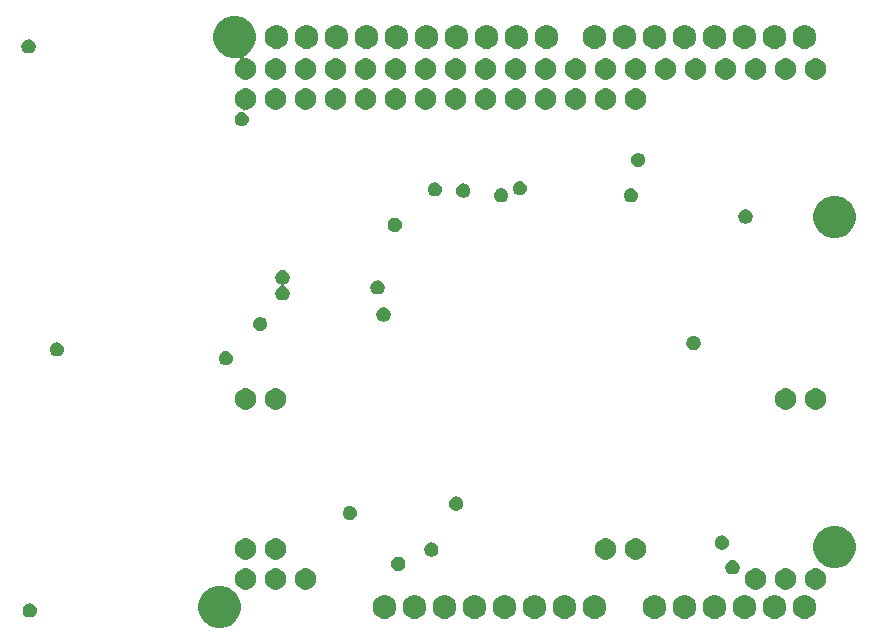
<source format=gbs>
G04 #@! TF.GenerationSoftware,KiCad,Pcbnew,5.0.2-bee76a0~70~ubuntu18.04.1*
G04 #@! TF.CreationDate,2019-06-24T16:55:11+02:00*
G04 #@! TF.ProjectId,ArduHMIShield,41726475-484d-4495-9368-69656c642e6b,1.1*
G04 #@! TF.SameCoordinates,Original*
G04 #@! TF.FileFunction,Soldermask,Bot*
G04 #@! TF.FilePolarity,Negative*
%FSLAX46Y46*%
G04 Gerber Fmt 4.6, Leading zero omitted, Abs format (unit mm)*
G04 Created by KiCad (PCBNEW 5.0.2-bee76a0~70~ubuntu18.04.1) date Mo 24 Jun 2019 16:55:11 CEST*
%MOMM*%
%LPD*%
G01*
G04 APERTURE LIST*
%ADD10C,0.100000*%
G04 APERTURE END LIST*
D10*
G36*
X69191394Y-125741192D02*
X69516698Y-125875937D01*
X69809468Y-126071560D01*
X70058440Y-126320532D01*
X70254063Y-126613302D01*
X70388808Y-126938606D01*
X70457500Y-127283945D01*
X70457500Y-127636055D01*
X70388808Y-127981394D01*
X70254063Y-128306698D01*
X70058440Y-128599468D01*
X69809468Y-128848440D01*
X69516698Y-129044063D01*
X69191394Y-129178808D01*
X68846055Y-129247500D01*
X68493945Y-129247500D01*
X68148606Y-129178808D01*
X67823302Y-129044063D01*
X67530532Y-128848440D01*
X67281560Y-128599468D01*
X67085937Y-128306698D01*
X66951192Y-127981394D01*
X66882500Y-127636055D01*
X66882500Y-127283945D01*
X66951192Y-126938606D01*
X67085937Y-126613302D01*
X67281560Y-126320532D01*
X67530532Y-126071560D01*
X67823302Y-125875937D01*
X68148606Y-125741192D01*
X68493945Y-125672500D01*
X68846055Y-125672500D01*
X69191394Y-125741192D01*
X69191394Y-125741192D01*
G37*
G36*
X82815770Y-126475372D02*
X82931689Y-126498429D01*
X83113678Y-126573811D01*
X83277463Y-126683249D01*
X83416751Y-126822537D01*
X83526189Y-126986322D01*
X83601571Y-127168311D01*
X83640000Y-127361509D01*
X83640000Y-127558491D01*
X83601571Y-127751689D01*
X83526189Y-127933678D01*
X83416751Y-128097463D01*
X83277463Y-128236751D01*
X83113678Y-128346189D01*
X82931689Y-128421571D01*
X82815770Y-128444628D01*
X82738493Y-128460000D01*
X82541507Y-128460000D01*
X82464230Y-128444628D01*
X82348311Y-128421571D01*
X82166322Y-128346189D01*
X82002537Y-128236751D01*
X81863249Y-128097463D01*
X81753811Y-127933678D01*
X81678429Y-127751689D01*
X81640000Y-127558491D01*
X81640000Y-127361509D01*
X81678429Y-127168311D01*
X81753811Y-126986322D01*
X81863249Y-126822537D01*
X82002537Y-126683249D01*
X82166322Y-126573811D01*
X82348311Y-126498429D01*
X82464230Y-126475372D01*
X82541507Y-126460000D01*
X82738493Y-126460000D01*
X82815770Y-126475372D01*
X82815770Y-126475372D01*
G37*
G36*
X100595770Y-126475372D02*
X100711689Y-126498429D01*
X100893678Y-126573811D01*
X101057463Y-126683249D01*
X101196751Y-126822537D01*
X101306189Y-126986322D01*
X101381571Y-127168311D01*
X101420000Y-127361509D01*
X101420000Y-127558491D01*
X101381571Y-127751689D01*
X101306189Y-127933678D01*
X101196751Y-128097463D01*
X101057463Y-128236751D01*
X100893678Y-128346189D01*
X100711689Y-128421571D01*
X100595770Y-128444628D01*
X100518493Y-128460000D01*
X100321507Y-128460000D01*
X100244230Y-128444628D01*
X100128311Y-128421571D01*
X99946322Y-128346189D01*
X99782537Y-128236751D01*
X99643249Y-128097463D01*
X99533811Y-127933678D01*
X99458429Y-127751689D01*
X99420000Y-127558491D01*
X99420000Y-127361509D01*
X99458429Y-127168311D01*
X99533811Y-126986322D01*
X99643249Y-126822537D01*
X99782537Y-126683249D01*
X99946322Y-126573811D01*
X100128311Y-126498429D01*
X100244230Y-126475372D01*
X100321507Y-126460000D01*
X100518493Y-126460000D01*
X100595770Y-126475372D01*
X100595770Y-126475372D01*
G37*
G36*
X98055770Y-126475372D02*
X98171689Y-126498429D01*
X98353678Y-126573811D01*
X98517463Y-126683249D01*
X98656751Y-126822537D01*
X98766189Y-126986322D01*
X98841571Y-127168311D01*
X98880000Y-127361509D01*
X98880000Y-127558491D01*
X98841571Y-127751689D01*
X98766189Y-127933678D01*
X98656751Y-128097463D01*
X98517463Y-128236751D01*
X98353678Y-128346189D01*
X98171689Y-128421571D01*
X98055770Y-128444628D01*
X97978493Y-128460000D01*
X97781507Y-128460000D01*
X97704230Y-128444628D01*
X97588311Y-128421571D01*
X97406322Y-128346189D01*
X97242537Y-128236751D01*
X97103249Y-128097463D01*
X96993811Y-127933678D01*
X96918429Y-127751689D01*
X96880000Y-127558491D01*
X96880000Y-127361509D01*
X96918429Y-127168311D01*
X96993811Y-126986322D01*
X97103249Y-126822537D01*
X97242537Y-126683249D01*
X97406322Y-126573811D01*
X97588311Y-126498429D01*
X97704230Y-126475372D01*
X97781507Y-126460000D01*
X97978493Y-126460000D01*
X98055770Y-126475372D01*
X98055770Y-126475372D01*
G37*
G36*
X95515770Y-126475372D02*
X95631689Y-126498429D01*
X95813678Y-126573811D01*
X95977463Y-126683249D01*
X96116751Y-126822537D01*
X96226189Y-126986322D01*
X96301571Y-127168311D01*
X96340000Y-127361509D01*
X96340000Y-127558491D01*
X96301571Y-127751689D01*
X96226189Y-127933678D01*
X96116751Y-128097463D01*
X95977463Y-128236751D01*
X95813678Y-128346189D01*
X95631689Y-128421571D01*
X95515770Y-128444628D01*
X95438493Y-128460000D01*
X95241507Y-128460000D01*
X95164230Y-128444628D01*
X95048311Y-128421571D01*
X94866322Y-128346189D01*
X94702537Y-128236751D01*
X94563249Y-128097463D01*
X94453811Y-127933678D01*
X94378429Y-127751689D01*
X94340000Y-127558491D01*
X94340000Y-127361509D01*
X94378429Y-127168311D01*
X94453811Y-126986322D01*
X94563249Y-126822537D01*
X94702537Y-126683249D01*
X94866322Y-126573811D01*
X95048311Y-126498429D01*
X95164230Y-126475372D01*
X95241507Y-126460000D01*
X95438493Y-126460000D01*
X95515770Y-126475372D01*
X95515770Y-126475372D01*
G37*
G36*
X92975770Y-126475372D02*
X93091689Y-126498429D01*
X93273678Y-126573811D01*
X93437463Y-126683249D01*
X93576751Y-126822537D01*
X93686189Y-126986322D01*
X93761571Y-127168311D01*
X93800000Y-127361509D01*
X93800000Y-127558491D01*
X93761571Y-127751689D01*
X93686189Y-127933678D01*
X93576751Y-128097463D01*
X93437463Y-128236751D01*
X93273678Y-128346189D01*
X93091689Y-128421571D01*
X92975770Y-128444628D01*
X92898493Y-128460000D01*
X92701507Y-128460000D01*
X92624230Y-128444628D01*
X92508311Y-128421571D01*
X92326322Y-128346189D01*
X92162537Y-128236751D01*
X92023249Y-128097463D01*
X91913811Y-127933678D01*
X91838429Y-127751689D01*
X91800000Y-127558491D01*
X91800000Y-127361509D01*
X91838429Y-127168311D01*
X91913811Y-126986322D01*
X92023249Y-126822537D01*
X92162537Y-126683249D01*
X92326322Y-126573811D01*
X92508311Y-126498429D01*
X92624230Y-126475372D01*
X92701507Y-126460000D01*
X92898493Y-126460000D01*
X92975770Y-126475372D01*
X92975770Y-126475372D01*
G37*
G36*
X90435770Y-126475372D02*
X90551689Y-126498429D01*
X90733678Y-126573811D01*
X90897463Y-126683249D01*
X91036751Y-126822537D01*
X91146189Y-126986322D01*
X91221571Y-127168311D01*
X91260000Y-127361509D01*
X91260000Y-127558491D01*
X91221571Y-127751689D01*
X91146189Y-127933678D01*
X91036751Y-128097463D01*
X90897463Y-128236751D01*
X90733678Y-128346189D01*
X90551689Y-128421571D01*
X90435770Y-128444628D01*
X90358493Y-128460000D01*
X90161507Y-128460000D01*
X90084230Y-128444628D01*
X89968311Y-128421571D01*
X89786322Y-128346189D01*
X89622537Y-128236751D01*
X89483249Y-128097463D01*
X89373811Y-127933678D01*
X89298429Y-127751689D01*
X89260000Y-127558491D01*
X89260000Y-127361509D01*
X89298429Y-127168311D01*
X89373811Y-126986322D01*
X89483249Y-126822537D01*
X89622537Y-126683249D01*
X89786322Y-126573811D01*
X89968311Y-126498429D01*
X90084230Y-126475372D01*
X90161507Y-126460000D01*
X90358493Y-126460000D01*
X90435770Y-126475372D01*
X90435770Y-126475372D01*
G37*
G36*
X87895770Y-126475372D02*
X88011689Y-126498429D01*
X88193678Y-126573811D01*
X88357463Y-126683249D01*
X88496751Y-126822537D01*
X88606189Y-126986322D01*
X88681571Y-127168311D01*
X88720000Y-127361509D01*
X88720000Y-127558491D01*
X88681571Y-127751689D01*
X88606189Y-127933678D01*
X88496751Y-128097463D01*
X88357463Y-128236751D01*
X88193678Y-128346189D01*
X88011689Y-128421571D01*
X87895770Y-128444628D01*
X87818493Y-128460000D01*
X87621507Y-128460000D01*
X87544230Y-128444628D01*
X87428311Y-128421571D01*
X87246322Y-128346189D01*
X87082537Y-128236751D01*
X86943249Y-128097463D01*
X86833811Y-127933678D01*
X86758429Y-127751689D01*
X86720000Y-127558491D01*
X86720000Y-127361509D01*
X86758429Y-127168311D01*
X86833811Y-126986322D01*
X86943249Y-126822537D01*
X87082537Y-126683249D01*
X87246322Y-126573811D01*
X87428311Y-126498429D01*
X87544230Y-126475372D01*
X87621507Y-126460000D01*
X87818493Y-126460000D01*
X87895770Y-126475372D01*
X87895770Y-126475372D01*
G37*
G36*
X118375770Y-126475372D02*
X118491689Y-126498429D01*
X118673678Y-126573811D01*
X118837463Y-126683249D01*
X118976751Y-126822537D01*
X119086189Y-126986322D01*
X119161571Y-127168311D01*
X119200000Y-127361509D01*
X119200000Y-127558491D01*
X119161571Y-127751689D01*
X119086189Y-127933678D01*
X118976751Y-128097463D01*
X118837463Y-128236751D01*
X118673678Y-128346189D01*
X118491689Y-128421571D01*
X118375770Y-128444628D01*
X118298493Y-128460000D01*
X118101507Y-128460000D01*
X118024230Y-128444628D01*
X117908311Y-128421571D01*
X117726322Y-128346189D01*
X117562537Y-128236751D01*
X117423249Y-128097463D01*
X117313811Y-127933678D01*
X117238429Y-127751689D01*
X117200000Y-127558491D01*
X117200000Y-127361509D01*
X117238429Y-127168311D01*
X117313811Y-126986322D01*
X117423249Y-126822537D01*
X117562537Y-126683249D01*
X117726322Y-126573811D01*
X117908311Y-126498429D01*
X118024230Y-126475372D01*
X118101507Y-126460000D01*
X118298493Y-126460000D01*
X118375770Y-126475372D01*
X118375770Y-126475372D01*
G37*
G36*
X85355770Y-126475372D02*
X85471689Y-126498429D01*
X85653678Y-126573811D01*
X85817463Y-126683249D01*
X85956751Y-126822537D01*
X86066189Y-126986322D01*
X86141571Y-127168311D01*
X86180000Y-127361509D01*
X86180000Y-127558491D01*
X86141571Y-127751689D01*
X86066189Y-127933678D01*
X85956751Y-128097463D01*
X85817463Y-128236751D01*
X85653678Y-128346189D01*
X85471689Y-128421571D01*
X85355770Y-128444628D01*
X85278493Y-128460000D01*
X85081507Y-128460000D01*
X85004230Y-128444628D01*
X84888311Y-128421571D01*
X84706322Y-128346189D01*
X84542537Y-128236751D01*
X84403249Y-128097463D01*
X84293811Y-127933678D01*
X84218429Y-127751689D01*
X84180000Y-127558491D01*
X84180000Y-127361509D01*
X84218429Y-127168311D01*
X84293811Y-126986322D01*
X84403249Y-126822537D01*
X84542537Y-126683249D01*
X84706322Y-126573811D01*
X84888311Y-126498429D01*
X85004230Y-126475372D01*
X85081507Y-126460000D01*
X85278493Y-126460000D01*
X85355770Y-126475372D01*
X85355770Y-126475372D01*
G37*
G36*
X105675770Y-126475372D02*
X105791689Y-126498429D01*
X105973678Y-126573811D01*
X106137463Y-126683249D01*
X106276751Y-126822537D01*
X106386189Y-126986322D01*
X106461571Y-127168311D01*
X106500000Y-127361509D01*
X106500000Y-127558491D01*
X106461571Y-127751689D01*
X106386189Y-127933678D01*
X106276751Y-128097463D01*
X106137463Y-128236751D01*
X105973678Y-128346189D01*
X105791689Y-128421571D01*
X105675770Y-128444628D01*
X105598493Y-128460000D01*
X105401507Y-128460000D01*
X105324230Y-128444628D01*
X105208311Y-128421571D01*
X105026322Y-128346189D01*
X104862537Y-128236751D01*
X104723249Y-128097463D01*
X104613811Y-127933678D01*
X104538429Y-127751689D01*
X104500000Y-127558491D01*
X104500000Y-127361509D01*
X104538429Y-127168311D01*
X104613811Y-126986322D01*
X104723249Y-126822537D01*
X104862537Y-126683249D01*
X105026322Y-126573811D01*
X105208311Y-126498429D01*
X105324230Y-126475372D01*
X105401507Y-126460000D01*
X105598493Y-126460000D01*
X105675770Y-126475372D01*
X105675770Y-126475372D01*
G37*
G36*
X108215770Y-126475372D02*
X108331689Y-126498429D01*
X108513678Y-126573811D01*
X108677463Y-126683249D01*
X108816751Y-126822537D01*
X108926189Y-126986322D01*
X109001571Y-127168311D01*
X109040000Y-127361509D01*
X109040000Y-127558491D01*
X109001571Y-127751689D01*
X108926189Y-127933678D01*
X108816751Y-128097463D01*
X108677463Y-128236751D01*
X108513678Y-128346189D01*
X108331689Y-128421571D01*
X108215770Y-128444628D01*
X108138493Y-128460000D01*
X107941507Y-128460000D01*
X107864230Y-128444628D01*
X107748311Y-128421571D01*
X107566322Y-128346189D01*
X107402537Y-128236751D01*
X107263249Y-128097463D01*
X107153811Y-127933678D01*
X107078429Y-127751689D01*
X107040000Y-127558491D01*
X107040000Y-127361509D01*
X107078429Y-127168311D01*
X107153811Y-126986322D01*
X107263249Y-126822537D01*
X107402537Y-126683249D01*
X107566322Y-126573811D01*
X107748311Y-126498429D01*
X107864230Y-126475372D01*
X107941507Y-126460000D01*
X108138493Y-126460000D01*
X108215770Y-126475372D01*
X108215770Y-126475372D01*
G37*
G36*
X113295770Y-126475372D02*
X113411689Y-126498429D01*
X113593678Y-126573811D01*
X113757463Y-126683249D01*
X113896751Y-126822537D01*
X114006189Y-126986322D01*
X114081571Y-127168311D01*
X114120000Y-127361509D01*
X114120000Y-127558491D01*
X114081571Y-127751689D01*
X114006189Y-127933678D01*
X113896751Y-128097463D01*
X113757463Y-128236751D01*
X113593678Y-128346189D01*
X113411689Y-128421571D01*
X113295770Y-128444628D01*
X113218493Y-128460000D01*
X113021507Y-128460000D01*
X112944230Y-128444628D01*
X112828311Y-128421571D01*
X112646322Y-128346189D01*
X112482537Y-128236751D01*
X112343249Y-128097463D01*
X112233811Y-127933678D01*
X112158429Y-127751689D01*
X112120000Y-127558491D01*
X112120000Y-127361509D01*
X112158429Y-127168311D01*
X112233811Y-126986322D01*
X112343249Y-126822537D01*
X112482537Y-126683249D01*
X112646322Y-126573811D01*
X112828311Y-126498429D01*
X112944230Y-126475372D01*
X113021507Y-126460000D01*
X113218493Y-126460000D01*
X113295770Y-126475372D01*
X113295770Y-126475372D01*
G37*
G36*
X115835770Y-126475372D02*
X115951689Y-126498429D01*
X116133678Y-126573811D01*
X116297463Y-126683249D01*
X116436751Y-126822537D01*
X116546189Y-126986322D01*
X116621571Y-127168311D01*
X116660000Y-127361509D01*
X116660000Y-127558491D01*
X116621571Y-127751689D01*
X116546189Y-127933678D01*
X116436751Y-128097463D01*
X116297463Y-128236751D01*
X116133678Y-128346189D01*
X115951689Y-128421571D01*
X115835770Y-128444628D01*
X115758493Y-128460000D01*
X115561507Y-128460000D01*
X115484230Y-128444628D01*
X115368311Y-128421571D01*
X115186322Y-128346189D01*
X115022537Y-128236751D01*
X114883249Y-128097463D01*
X114773811Y-127933678D01*
X114698429Y-127751689D01*
X114660000Y-127558491D01*
X114660000Y-127361509D01*
X114698429Y-127168311D01*
X114773811Y-126986322D01*
X114883249Y-126822537D01*
X115022537Y-126683249D01*
X115186322Y-126573811D01*
X115368311Y-126498429D01*
X115484230Y-126475372D01*
X115561507Y-126460000D01*
X115758493Y-126460000D01*
X115835770Y-126475372D01*
X115835770Y-126475372D01*
G37*
G36*
X110755770Y-126475372D02*
X110871689Y-126498429D01*
X111053678Y-126573811D01*
X111217463Y-126683249D01*
X111356751Y-126822537D01*
X111466189Y-126986322D01*
X111541571Y-127168311D01*
X111580000Y-127361509D01*
X111580000Y-127558491D01*
X111541571Y-127751689D01*
X111466189Y-127933678D01*
X111356751Y-128097463D01*
X111217463Y-128236751D01*
X111053678Y-128346189D01*
X110871689Y-128421571D01*
X110755770Y-128444628D01*
X110678493Y-128460000D01*
X110481507Y-128460000D01*
X110404230Y-128444628D01*
X110288311Y-128421571D01*
X110106322Y-128346189D01*
X109942537Y-128236751D01*
X109803249Y-128097463D01*
X109693811Y-127933678D01*
X109618429Y-127751689D01*
X109580000Y-127558491D01*
X109580000Y-127361509D01*
X109618429Y-127168311D01*
X109693811Y-126986322D01*
X109803249Y-126822537D01*
X109942537Y-126683249D01*
X110106322Y-126573811D01*
X110288311Y-126498429D01*
X110404230Y-126475372D01*
X110481507Y-126460000D01*
X110678493Y-126460000D01*
X110755770Y-126475372D01*
X110755770Y-126475372D01*
G37*
G36*
X52775012Y-127173057D02*
X52884207Y-127218287D01*
X52982481Y-127283952D01*
X53066048Y-127367519D01*
X53131713Y-127465793D01*
X53176943Y-127574988D01*
X53200000Y-127690904D01*
X53200000Y-127809096D01*
X53176943Y-127925012D01*
X53131713Y-128034207D01*
X53066048Y-128132481D01*
X52982481Y-128216048D01*
X52884207Y-128281713D01*
X52775012Y-128326943D01*
X52659096Y-128350000D01*
X52540904Y-128350000D01*
X52424988Y-128326943D01*
X52315793Y-128281713D01*
X52217519Y-128216048D01*
X52133952Y-128132481D01*
X52068287Y-128034207D01*
X52023057Y-127925012D01*
X52000000Y-127809096D01*
X52000000Y-127690904D01*
X52023057Y-127574988D01*
X52068287Y-127465793D01*
X52133952Y-127367519D01*
X52217519Y-127283952D01*
X52315793Y-127218287D01*
X52424988Y-127173057D01*
X52540904Y-127150000D01*
X52659096Y-127150000D01*
X52775012Y-127173057D01*
X52775012Y-127173057D01*
G37*
G36*
X116852521Y-124224586D02*
X117016309Y-124292429D01*
X117163720Y-124390926D01*
X117289074Y-124516280D01*
X117387571Y-124663691D01*
X117455414Y-124827479D01*
X117490000Y-125001356D01*
X117490000Y-125178644D01*
X117455414Y-125352521D01*
X117387571Y-125516309D01*
X117289074Y-125663720D01*
X117163720Y-125789074D01*
X117016309Y-125887571D01*
X116852521Y-125955414D01*
X116678644Y-125990000D01*
X116501356Y-125990000D01*
X116327479Y-125955414D01*
X116163691Y-125887571D01*
X116016280Y-125789074D01*
X115890926Y-125663720D01*
X115792429Y-125516309D01*
X115724586Y-125352521D01*
X115690000Y-125178644D01*
X115690000Y-125001356D01*
X115724586Y-124827479D01*
X115792429Y-124663691D01*
X115890926Y-124516280D01*
X116016280Y-124390926D01*
X116163691Y-124292429D01*
X116327479Y-124224586D01*
X116501356Y-124190000D01*
X116678644Y-124190000D01*
X116852521Y-124224586D01*
X116852521Y-124224586D01*
G37*
G36*
X119392521Y-124224586D02*
X119556309Y-124292429D01*
X119703720Y-124390926D01*
X119829074Y-124516280D01*
X119927571Y-124663691D01*
X119995414Y-124827479D01*
X120030000Y-125001356D01*
X120030000Y-125178644D01*
X119995414Y-125352521D01*
X119927571Y-125516309D01*
X119829074Y-125663720D01*
X119703720Y-125789074D01*
X119556309Y-125887571D01*
X119392521Y-125955414D01*
X119218644Y-125990000D01*
X119041356Y-125990000D01*
X118867479Y-125955414D01*
X118703691Y-125887571D01*
X118556280Y-125789074D01*
X118430926Y-125663720D01*
X118332429Y-125516309D01*
X118264586Y-125352521D01*
X118230000Y-125178644D01*
X118230000Y-125001356D01*
X118264586Y-124827479D01*
X118332429Y-124663691D01*
X118430926Y-124516280D01*
X118556280Y-124390926D01*
X118703691Y-124292429D01*
X118867479Y-124224586D01*
X119041356Y-124190000D01*
X119218644Y-124190000D01*
X119392521Y-124224586D01*
X119392521Y-124224586D01*
G37*
G36*
X73672521Y-124224586D02*
X73836309Y-124292429D01*
X73983720Y-124390926D01*
X74109074Y-124516280D01*
X74207571Y-124663691D01*
X74275414Y-124827479D01*
X74310000Y-125001356D01*
X74310000Y-125178644D01*
X74275414Y-125352521D01*
X74207571Y-125516309D01*
X74109074Y-125663720D01*
X73983720Y-125789074D01*
X73836309Y-125887571D01*
X73672521Y-125955414D01*
X73498644Y-125990000D01*
X73321356Y-125990000D01*
X73147479Y-125955414D01*
X72983691Y-125887571D01*
X72836280Y-125789074D01*
X72710926Y-125663720D01*
X72612429Y-125516309D01*
X72544586Y-125352521D01*
X72510000Y-125178644D01*
X72510000Y-125001356D01*
X72544586Y-124827479D01*
X72612429Y-124663691D01*
X72710926Y-124516280D01*
X72836280Y-124390926D01*
X72983691Y-124292429D01*
X73147479Y-124224586D01*
X73321356Y-124190000D01*
X73498644Y-124190000D01*
X73672521Y-124224586D01*
X73672521Y-124224586D01*
G37*
G36*
X71132521Y-124224586D02*
X71296309Y-124292429D01*
X71443720Y-124390926D01*
X71569074Y-124516280D01*
X71667571Y-124663691D01*
X71735414Y-124827479D01*
X71770000Y-125001356D01*
X71770000Y-125178644D01*
X71735414Y-125352521D01*
X71667571Y-125516309D01*
X71569074Y-125663720D01*
X71443720Y-125789074D01*
X71296309Y-125887571D01*
X71132521Y-125955414D01*
X70958644Y-125990000D01*
X70781356Y-125990000D01*
X70607479Y-125955414D01*
X70443691Y-125887571D01*
X70296280Y-125789074D01*
X70170926Y-125663720D01*
X70072429Y-125516309D01*
X70004586Y-125352521D01*
X69970000Y-125178644D01*
X69970000Y-125001356D01*
X70004586Y-124827479D01*
X70072429Y-124663691D01*
X70170926Y-124516280D01*
X70296280Y-124390926D01*
X70443691Y-124292429D01*
X70607479Y-124224586D01*
X70781356Y-124190000D01*
X70958644Y-124190000D01*
X71132521Y-124224586D01*
X71132521Y-124224586D01*
G37*
G36*
X76212521Y-124224586D02*
X76376309Y-124292429D01*
X76523720Y-124390926D01*
X76649074Y-124516280D01*
X76747571Y-124663691D01*
X76815414Y-124827479D01*
X76850000Y-125001356D01*
X76850000Y-125178644D01*
X76815414Y-125352521D01*
X76747571Y-125516309D01*
X76649074Y-125663720D01*
X76523720Y-125789074D01*
X76376309Y-125887571D01*
X76212521Y-125955414D01*
X76038644Y-125990000D01*
X75861356Y-125990000D01*
X75687479Y-125955414D01*
X75523691Y-125887571D01*
X75376280Y-125789074D01*
X75250926Y-125663720D01*
X75152429Y-125516309D01*
X75084586Y-125352521D01*
X75050000Y-125178644D01*
X75050000Y-125001356D01*
X75084586Y-124827479D01*
X75152429Y-124663691D01*
X75250926Y-124516280D01*
X75376280Y-124390926D01*
X75523691Y-124292429D01*
X75687479Y-124224586D01*
X75861356Y-124190000D01*
X76038644Y-124190000D01*
X76212521Y-124224586D01*
X76212521Y-124224586D01*
G37*
G36*
X114312521Y-124224586D02*
X114476309Y-124292429D01*
X114623720Y-124390926D01*
X114749074Y-124516280D01*
X114847571Y-124663691D01*
X114915414Y-124827479D01*
X114950000Y-125001356D01*
X114950000Y-125178644D01*
X114915414Y-125352521D01*
X114847571Y-125516309D01*
X114749074Y-125663720D01*
X114623720Y-125789074D01*
X114476309Y-125887571D01*
X114312521Y-125955414D01*
X114138644Y-125990000D01*
X113961356Y-125990000D01*
X113787479Y-125955414D01*
X113623691Y-125887571D01*
X113476280Y-125789074D01*
X113350926Y-125663720D01*
X113252429Y-125516309D01*
X113184586Y-125352521D01*
X113150000Y-125178644D01*
X113150000Y-125001356D01*
X113184586Y-124827479D01*
X113252429Y-124663691D01*
X113350926Y-124516280D01*
X113476280Y-124390926D01*
X113623691Y-124292429D01*
X113787479Y-124224586D01*
X113961356Y-124190000D01*
X114138644Y-124190000D01*
X114312521Y-124224586D01*
X114312521Y-124224586D01*
G37*
G36*
X112275012Y-123523057D02*
X112384207Y-123568287D01*
X112482481Y-123633952D01*
X112566048Y-123717519D01*
X112631713Y-123815793D01*
X112676943Y-123924988D01*
X112700000Y-124040904D01*
X112700000Y-124159096D01*
X112676943Y-124275012D01*
X112631713Y-124384207D01*
X112566048Y-124482481D01*
X112482481Y-124566048D01*
X112384207Y-124631713D01*
X112275012Y-124676943D01*
X112159096Y-124700000D01*
X112040904Y-124700000D01*
X111924988Y-124676943D01*
X111815793Y-124631713D01*
X111717519Y-124566048D01*
X111633952Y-124482481D01*
X111568287Y-124384207D01*
X111523057Y-124275012D01*
X111500000Y-124159096D01*
X111500000Y-124040904D01*
X111523057Y-123924988D01*
X111568287Y-123815793D01*
X111633952Y-123717519D01*
X111717519Y-123633952D01*
X111815793Y-123568287D01*
X111924988Y-123523057D01*
X112040904Y-123500000D01*
X112159096Y-123500000D01*
X112275012Y-123523057D01*
X112275012Y-123523057D01*
G37*
G36*
X83975012Y-123223057D02*
X84084207Y-123268287D01*
X84182481Y-123333952D01*
X84266048Y-123417519D01*
X84331713Y-123515793D01*
X84376943Y-123624988D01*
X84400000Y-123740904D01*
X84400000Y-123859096D01*
X84376943Y-123975012D01*
X84331713Y-124084207D01*
X84266048Y-124182481D01*
X84182481Y-124266048D01*
X84084207Y-124331713D01*
X83975012Y-124376943D01*
X83859096Y-124400000D01*
X83740904Y-124400000D01*
X83624988Y-124376943D01*
X83515793Y-124331713D01*
X83417519Y-124266048D01*
X83333952Y-124182481D01*
X83268287Y-124084207D01*
X83223057Y-123975012D01*
X83200000Y-123859096D01*
X83200000Y-123740904D01*
X83223057Y-123624988D01*
X83268287Y-123515793D01*
X83333952Y-123417519D01*
X83417519Y-123333952D01*
X83515793Y-123268287D01*
X83624988Y-123223057D01*
X83740904Y-123200000D01*
X83859096Y-123200000D01*
X83975012Y-123223057D01*
X83975012Y-123223057D01*
G37*
G36*
X121261394Y-120661192D02*
X121586698Y-120795937D01*
X121879468Y-120991560D01*
X122128440Y-121240532D01*
X122324063Y-121533302D01*
X122458808Y-121858606D01*
X122527500Y-122203945D01*
X122527500Y-122556055D01*
X122458808Y-122901394D01*
X122324063Y-123226698D01*
X122128440Y-123519468D01*
X121879468Y-123768440D01*
X121586698Y-123964063D01*
X121261394Y-124098808D01*
X120916055Y-124167500D01*
X120563945Y-124167500D01*
X120218606Y-124098808D01*
X119893302Y-123964063D01*
X119600532Y-123768440D01*
X119351560Y-123519468D01*
X119155937Y-123226698D01*
X119021192Y-122901394D01*
X118952500Y-122556055D01*
X118952500Y-122203945D01*
X119021192Y-121858606D01*
X119155937Y-121533302D01*
X119351560Y-121240532D01*
X119600532Y-120991560D01*
X119893302Y-120795937D01*
X120218606Y-120661192D01*
X120563945Y-120592500D01*
X120916055Y-120592500D01*
X121261394Y-120661192D01*
X121261394Y-120661192D01*
G37*
G36*
X71132521Y-121684586D02*
X71296309Y-121752429D01*
X71443720Y-121850926D01*
X71569074Y-121976280D01*
X71667571Y-122123691D01*
X71735414Y-122287479D01*
X71770000Y-122461356D01*
X71770000Y-122638644D01*
X71735414Y-122812521D01*
X71667571Y-122976309D01*
X71569074Y-123123720D01*
X71443720Y-123249074D01*
X71296309Y-123347571D01*
X71132521Y-123415414D01*
X70958644Y-123450000D01*
X70781356Y-123450000D01*
X70607479Y-123415414D01*
X70443691Y-123347571D01*
X70296280Y-123249074D01*
X70170926Y-123123720D01*
X70072429Y-122976309D01*
X70004586Y-122812521D01*
X69970000Y-122638644D01*
X69970000Y-122461356D01*
X70004586Y-122287479D01*
X70072429Y-122123691D01*
X70170926Y-121976280D01*
X70296280Y-121850926D01*
X70443691Y-121752429D01*
X70607479Y-121684586D01*
X70781356Y-121650000D01*
X70958644Y-121650000D01*
X71132521Y-121684586D01*
X71132521Y-121684586D01*
G37*
G36*
X104152521Y-121684586D02*
X104316309Y-121752429D01*
X104463720Y-121850926D01*
X104589074Y-121976280D01*
X104687571Y-122123691D01*
X104755414Y-122287479D01*
X104790000Y-122461356D01*
X104790000Y-122638644D01*
X104755414Y-122812521D01*
X104687571Y-122976309D01*
X104589074Y-123123720D01*
X104463720Y-123249074D01*
X104316309Y-123347571D01*
X104152521Y-123415414D01*
X103978644Y-123450000D01*
X103801356Y-123450000D01*
X103627479Y-123415414D01*
X103463691Y-123347571D01*
X103316280Y-123249074D01*
X103190926Y-123123720D01*
X103092429Y-122976309D01*
X103024586Y-122812521D01*
X102990000Y-122638644D01*
X102990000Y-122461356D01*
X103024586Y-122287479D01*
X103092429Y-122123691D01*
X103190926Y-121976280D01*
X103316280Y-121850926D01*
X103463691Y-121752429D01*
X103627479Y-121684586D01*
X103801356Y-121650000D01*
X103978644Y-121650000D01*
X104152521Y-121684586D01*
X104152521Y-121684586D01*
G37*
G36*
X101612521Y-121684586D02*
X101776309Y-121752429D01*
X101923720Y-121850926D01*
X102049074Y-121976280D01*
X102147571Y-122123691D01*
X102215414Y-122287479D01*
X102250000Y-122461356D01*
X102250000Y-122638644D01*
X102215414Y-122812521D01*
X102147571Y-122976309D01*
X102049074Y-123123720D01*
X101923720Y-123249074D01*
X101776309Y-123347571D01*
X101612521Y-123415414D01*
X101438644Y-123450000D01*
X101261356Y-123450000D01*
X101087479Y-123415414D01*
X100923691Y-123347571D01*
X100776280Y-123249074D01*
X100650926Y-123123720D01*
X100552429Y-122976309D01*
X100484586Y-122812521D01*
X100450000Y-122638644D01*
X100450000Y-122461356D01*
X100484586Y-122287479D01*
X100552429Y-122123691D01*
X100650926Y-121976280D01*
X100776280Y-121850926D01*
X100923691Y-121752429D01*
X101087479Y-121684586D01*
X101261356Y-121650000D01*
X101438644Y-121650000D01*
X101612521Y-121684586D01*
X101612521Y-121684586D01*
G37*
G36*
X73672521Y-121684586D02*
X73836309Y-121752429D01*
X73983720Y-121850926D01*
X74109074Y-121976280D01*
X74207571Y-122123691D01*
X74275414Y-122287479D01*
X74310000Y-122461356D01*
X74310000Y-122638644D01*
X74275414Y-122812521D01*
X74207571Y-122976309D01*
X74109074Y-123123720D01*
X73983720Y-123249074D01*
X73836309Y-123347571D01*
X73672521Y-123415414D01*
X73498644Y-123450000D01*
X73321356Y-123450000D01*
X73147479Y-123415414D01*
X72983691Y-123347571D01*
X72836280Y-123249074D01*
X72710926Y-123123720D01*
X72612429Y-122976309D01*
X72544586Y-122812521D01*
X72510000Y-122638644D01*
X72510000Y-122461356D01*
X72544586Y-122287479D01*
X72612429Y-122123691D01*
X72710926Y-121976280D01*
X72836280Y-121850926D01*
X72983691Y-121752429D01*
X73147479Y-121684586D01*
X73321356Y-121650000D01*
X73498644Y-121650000D01*
X73672521Y-121684586D01*
X73672521Y-121684586D01*
G37*
G36*
X86775012Y-122023057D02*
X86884207Y-122068287D01*
X86982481Y-122133952D01*
X87066048Y-122217519D01*
X87131713Y-122315793D01*
X87176943Y-122424988D01*
X87200000Y-122540904D01*
X87200000Y-122659096D01*
X87176943Y-122775012D01*
X87131713Y-122884207D01*
X87066048Y-122982481D01*
X86982481Y-123066048D01*
X86884207Y-123131713D01*
X86775012Y-123176943D01*
X86659096Y-123200000D01*
X86540904Y-123200000D01*
X86424988Y-123176943D01*
X86315793Y-123131713D01*
X86217519Y-123066048D01*
X86133952Y-122982481D01*
X86068287Y-122884207D01*
X86023057Y-122775012D01*
X86000000Y-122659096D01*
X86000000Y-122540904D01*
X86023057Y-122424988D01*
X86068287Y-122315793D01*
X86133952Y-122217519D01*
X86217519Y-122133952D01*
X86315793Y-122068287D01*
X86424988Y-122023057D01*
X86540904Y-122000000D01*
X86659096Y-122000000D01*
X86775012Y-122023057D01*
X86775012Y-122023057D01*
G37*
G36*
X111375012Y-121423057D02*
X111484207Y-121468287D01*
X111582481Y-121533952D01*
X111666048Y-121617519D01*
X111731713Y-121715793D01*
X111776943Y-121824988D01*
X111800000Y-121940904D01*
X111800000Y-122059096D01*
X111776943Y-122175012D01*
X111731713Y-122284207D01*
X111666048Y-122382481D01*
X111582481Y-122466048D01*
X111484207Y-122531713D01*
X111375012Y-122576943D01*
X111259096Y-122600000D01*
X111140904Y-122600000D01*
X111024988Y-122576943D01*
X110915793Y-122531713D01*
X110817519Y-122466048D01*
X110733952Y-122382481D01*
X110668287Y-122284207D01*
X110623057Y-122175012D01*
X110600000Y-122059096D01*
X110600000Y-121940904D01*
X110623057Y-121824988D01*
X110668287Y-121715793D01*
X110733952Y-121617519D01*
X110817519Y-121533952D01*
X110915793Y-121468287D01*
X111024988Y-121423057D01*
X111140904Y-121400000D01*
X111259096Y-121400000D01*
X111375012Y-121423057D01*
X111375012Y-121423057D01*
G37*
G36*
X79875012Y-118923057D02*
X79984207Y-118968287D01*
X80082481Y-119033952D01*
X80166048Y-119117519D01*
X80231713Y-119215793D01*
X80276943Y-119324988D01*
X80300000Y-119440904D01*
X80300000Y-119559096D01*
X80276943Y-119675012D01*
X80231713Y-119784207D01*
X80166048Y-119882481D01*
X80082481Y-119966048D01*
X79984207Y-120031713D01*
X79875012Y-120076943D01*
X79759096Y-120100000D01*
X79640904Y-120100000D01*
X79524988Y-120076943D01*
X79415793Y-120031713D01*
X79317519Y-119966048D01*
X79233952Y-119882481D01*
X79168287Y-119784207D01*
X79123057Y-119675012D01*
X79100000Y-119559096D01*
X79100000Y-119440904D01*
X79123057Y-119324988D01*
X79168287Y-119215793D01*
X79233952Y-119117519D01*
X79317519Y-119033952D01*
X79415793Y-118968287D01*
X79524988Y-118923057D01*
X79640904Y-118900000D01*
X79759096Y-118900000D01*
X79875012Y-118923057D01*
X79875012Y-118923057D01*
G37*
G36*
X88875012Y-118123057D02*
X88984207Y-118168287D01*
X89082481Y-118233952D01*
X89166048Y-118317519D01*
X89231713Y-118415793D01*
X89276943Y-118524988D01*
X89300000Y-118640904D01*
X89300000Y-118759096D01*
X89276943Y-118875012D01*
X89231713Y-118984207D01*
X89166048Y-119082481D01*
X89082481Y-119166048D01*
X88984207Y-119231713D01*
X88875012Y-119276943D01*
X88759096Y-119300000D01*
X88640904Y-119300000D01*
X88524988Y-119276943D01*
X88415793Y-119231713D01*
X88317519Y-119166048D01*
X88233952Y-119082481D01*
X88168287Y-118984207D01*
X88123057Y-118875012D01*
X88100000Y-118759096D01*
X88100000Y-118640904D01*
X88123057Y-118524988D01*
X88168287Y-118415793D01*
X88233952Y-118317519D01*
X88317519Y-118233952D01*
X88415793Y-118168287D01*
X88524988Y-118123057D01*
X88640904Y-118100000D01*
X88759096Y-118100000D01*
X88875012Y-118123057D01*
X88875012Y-118123057D01*
G37*
G36*
X119392521Y-108984586D02*
X119556309Y-109052429D01*
X119703720Y-109150926D01*
X119829074Y-109276280D01*
X119927571Y-109423691D01*
X119995414Y-109587479D01*
X120030000Y-109761356D01*
X120030000Y-109938644D01*
X119995414Y-110112521D01*
X119927571Y-110276309D01*
X119829074Y-110423720D01*
X119703720Y-110549074D01*
X119556309Y-110647571D01*
X119392521Y-110715414D01*
X119218644Y-110750000D01*
X119041356Y-110750000D01*
X118867479Y-110715414D01*
X118703691Y-110647571D01*
X118556280Y-110549074D01*
X118430926Y-110423720D01*
X118332429Y-110276309D01*
X118264586Y-110112521D01*
X118230000Y-109938644D01*
X118230000Y-109761356D01*
X118264586Y-109587479D01*
X118332429Y-109423691D01*
X118430926Y-109276280D01*
X118556280Y-109150926D01*
X118703691Y-109052429D01*
X118867479Y-108984586D01*
X119041356Y-108950000D01*
X119218644Y-108950000D01*
X119392521Y-108984586D01*
X119392521Y-108984586D01*
G37*
G36*
X116852521Y-108984586D02*
X117016309Y-109052429D01*
X117163720Y-109150926D01*
X117289074Y-109276280D01*
X117387571Y-109423691D01*
X117455414Y-109587479D01*
X117490000Y-109761356D01*
X117490000Y-109938644D01*
X117455414Y-110112521D01*
X117387571Y-110276309D01*
X117289074Y-110423720D01*
X117163720Y-110549074D01*
X117016309Y-110647571D01*
X116852521Y-110715414D01*
X116678644Y-110750000D01*
X116501356Y-110750000D01*
X116327479Y-110715414D01*
X116163691Y-110647571D01*
X116016280Y-110549074D01*
X115890926Y-110423720D01*
X115792429Y-110276309D01*
X115724586Y-110112521D01*
X115690000Y-109938644D01*
X115690000Y-109761356D01*
X115724586Y-109587479D01*
X115792429Y-109423691D01*
X115890926Y-109276280D01*
X116016280Y-109150926D01*
X116163691Y-109052429D01*
X116327479Y-108984586D01*
X116501356Y-108950000D01*
X116678644Y-108950000D01*
X116852521Y-108984586D01*
X116852521Y-108984586D01*
G37*
G36*
X73672521Y-108984586D02*
X73836309Y-109052429D01*
X73983720Y-109150926D01*
X74109074Y-109276280D01*
X74207571Y-109423691D01*
X74275414Y-109587479D01*
X74310000Y-109761356D01*
X74310000Y-109938644D01*
X74275414Y-110112521D01*
X74207571Y-110276309D01*
X74109074Y-110423720D01*
X73983720Y-110549074D01*
X73836309Y-110647571D01*
X73672521Y-110715414D01*
X73498644Y-110750000D01*
X73321356Y-110750000D01*
X73147479Y-110715414D01*
X72983691Y-110647571D01*
X72836280Y-110549074D01*
X72710926Y-110423720D01*
X72612429Y-110276309D01*
X72544586Y-110112521D01*
X72510000Y-109938644D01*
X72510000Y-109761356D01*
X72544586Y-109587479D01*
X72612429Y-109423691D01*
X72710926Y-109276280D01*
X72836280Y-109150926D01*
X72983691Y-109052429D01*
X73147479Y-108984586D01*
X73321356Y-108950000D01*
X73498644Y-108950000D01*
X73672521Y-108984586D01*
X73672521Y-108984586D01*
G37*
G36*
X71132521Y-108984586D02*
X71296309Y-109052429D01*
X71443720Y-109150926D01*
X71569074Y-109276280D01*
X71667571Y-109423691D01*
X71735414Y-109587479D01*
X71770000Y-109761356D01*
X71770000Y-109938644D01*
X71735414Y-110112521D01*
X71667571Y-110276309D01*
X71569074Y-110423720D01*
X71443720Y-110549074D01*
X71296309Y-110647571D01*
X71132521Y-110715414D01*
X70958644Y-110750000D01*
X70781356Y-110750000D01*
X70607479Y-110715414D01*
X70443691Y-110647571D01*
X70296280Y-110549074D01*
X70170926Y-110423720D01*
X70072429Y-110276309D01*
X70004586Y-110112521D01*
X69970000Y-109938644D01*
X69970000Y-109761356D01*
X70004586Y-109587479D01*
X70072429Y-109423691D01*
X70170926Y-109276280D01*
X70296280Y-109150926D01*
X70443691Y-109052429D01*
X70607479Y-108984586D01*
X70781356Y-108950000D01*
X70958644Y-108950000D01*
X71132521Y-108984586D01*
X71132521Y-108984586D01*
G37*
G36*
X69375012Y-105823057D02*
X69484207Y-105868287D01*
X69582481Y-105933952D01*
X69666048Y-106017519D01*
X69731713Y-106115793D01*
X69776943Y-106224988D01*
X69800000Y-106340904D01*
X69800000Y-106459096D01*
X69776943Y-106575012D01*
X69731713Y-106684207D01*
X69666048Y-106782481D01*
X69582481Y-106866048D01*
X69484207Y-106931713D01*
X69375012Y-106976943D01*
X69259096Y-107000000D01*
X69140904Y-107000000D01*
X69024988Y-106976943D01*
X68915793Y-106931713D01*
X68817519Y-106866048D01*
X68733952Y-106782481D01*
X68668287Y-106684207D01*
X68623057Y-106575012D01*
X68600000Y-106459096D01*
X68600000Y-106340904D01*
X68623057Y-106224988D01*
X68668287Y-106115793D01*
X68733952Y-106017519D01*
X68817519Y-105933952D01*
X68915793Y-105868287D01*
X69024988Y-105823057D01*
X69140904Y-105800000D01*
X69259096Y-105800000D01*
X69375012Y-105823057D01*
X69375012Y-105823057D01*
G37*
G36*
X55075012Y-105073057D02*
X55184207Y-105118287D01*
X55282481Y-105183952D01*
X55366048Y-105267519D01*
X55431713Y-105365793D01*
X55476943Y-105474988D01*
X55500000Y-105590904D01*
X55500000Y-105709096D01*
X55476943Y-105825012D01*
X55431713Y-105934207D01*
X55366048Y-106032481D01*
X55282481Y-106116048D01*
X55184207Y-106181713D01*
X55075012Y-106226943D01*
X54959096Y-106250000D01*
X54840904Y-106250000D01*
X54724988Y-106226943D01*
X54615793Y-106181713D01*
X54517519Y-106116048D01*
X54433952Y-106032481D01*
X54368287Y-105934207D01*
X54323057Y-105825012D01*
X54300000Y-105709096D01*
X54300000Y-105590904D01*
X54323057Y-105474988D01*
X54368287Y-105365793D01*
X54433952Y-105267519D01*
X54517519Y-105183952D01*
X54615793Y-105118287D01*
X54724988Y-105073057D01*
X54840904Y-105050000D01*
X54959096Y-105050000D01*
X55075012Y-105073057D01*
X55075012Y-105073057D01*
G37*
G36*
X108975012Y-104523057D02*
X109084207Y-104568287D01*
X109182481Y-104633952D01*
X109266048Y-104717519D01*
X109331713Y-104815793D01*
X109376943Y-104924988D01*
X109400000Y-105040904D01*
X109400000Y-105159096D01*
X109376943Y-105275012D01*
X109331713Y-105384207D01*
X109266048Y-105482481D01*
X109182481Y-105566048D01*
X109084207Y-105631713D01*
X108975012Y-105676943D01*
X108859096Y-105700000D01*
X108740904Y-105700000D01*
X108624988Y-105676943D01*
X108515793Y-105631713D01*
X108417519Y-105566048D01*
X108333952Y-105482481D01*
X108268287Y-105384207D01*
X108223057Y-105275012D01*
X108200000Y-105159096D01*
X108200000Y-105040904D01*
X108223057Y-104924988D01*
X108268287Y-104815793D01*
X108333952Y-104717519D01*
X108417519Y-104633952D01*
X108515793Y-104568287D01*
X108624988Y-104523057D01*
X108740904Y-104500000D01*
X108859096Y-104500000D01*
X108975012Y-104523057D01*
X108975012Y-104523057D01*
G37*
G36*
X72275012Y-102923057D02*
X72384207Y-102968287D01*
X72482481Y-103033952D01*
X72566048Y-103117519D01*
X72631713Y-103215793D01*
X72676943Y-103324988D01*
X72700000Y-103440904D01*
X72700000Y-103559096D01*
X72676943Y-103675012D01*
X72631713Y-103784207D01*
X72566048Y-103882481D01*
X72482481Y-103966048D01*
X72384207Y-104031713D01*
X72275012Y-104076943D01*
X72159096Y-104100000D01*
X72040904Y-104100000D01*
X71924988Y-104076943D01*
X71815793Y-104031713D01*
X71717519Y-103966048D01*
X71633952Y-103882481D01*
X71568287Y-103784207D01*
X71523057Y-103675012D01*
X71500000Y-103559096D01*
X71500000Y-103440904D01*
X71523057Y-103324988D01*
X71568287Y-103215793D01*
X71633952Y-103117519D01*
X71717519Y-103033952D01*
X71815793Y-102968287D01*
X71924988Y-102923057D01*
X72040904Y-102900000D01*
X72159096Y-102900000D01*
X72275012Y-102923057D01*
X72275012Y-102923057D01*
G37*
G36*
X82725012Y-102123057D02*
X82834207Y-102168287D01*
X82932481Y-102233952D01*
X83016048Y-102317519D01*
X83081713Y-102415793D01*
X83126943Y-102524988D01*
X83150000Y-102640904D01*
X83150000Y-102759096D01*
X83126943Y-102875012D01*
X83081713Y-102984207D01*
X83016048Y-103082481D01*
X82932481Y-103166048D01*
X82834207Y-103231713D01*
X82725012Y-103276943D01*
X82609096Y-103300000D01*
X82490904Y-103300000D01*
X82374988Y-103276943D01*
X82265793Y-103231713D01*
X82167519Y-103166048D01*
X82083952Y-103082481D01*
X82018287Y-102984207D01*
X81973057Y-102875012D01*
X81950000Y-102759096D01*
X81950000Y-102640904D01*
X81973057Y-102524988D01*
X82018287Y-102415793D01*
X82083952Y-102317519D01*
X82167519Y-102233952D01*
X82265793Y-102168287D01*
X82374988Y-102123057D01*
X82490904Y-102100000D01*
X82609096Y-102100000D01*
X82725012Y-102123057D01*
X82725012Y-102123057D01*
G37*
G36*
X74175012Y-98973057D02*
X74284207Y-99018287D01*
X74382481Y-99083952D01*
X74466048Y-99167519D01*
X74531713Y-99265793D01*
X74576943Y-99374988D01*
X74600000Y-99490904D01*
X74600000Y-99609096D01*
X74576943Y-99725012D01*
X74531713Y-99834207D01*
X74466048Y-99932481D01*
X74382481Y-100016048D01*
X74284207Y-100081713D01*
X74217087Y-100109515D01*
X74195477Y-100121066D01*
X74176535Y-100136612D01*
X74160989Y-100155554D01*
X74149438Y-100177165D01*
X74142325Y-100200614D01*
X74139923Y-100225000D01*
X74142325Y-100249386D01*
X74149438Y-100272836D01*
X74160989Y-100294446D01*
X74176535Y-100313388D01*
X74195477Y-100328934D01*
X74217087Y-100340485D01*
X74284207Y-100368287D01*
X74382481Y-100433952D01*
X74466048Y-100517519D01*
X74531713Y-100615793D01*
X74576943Y-100724988D01*
X74600000Y-100840904D01*
X74600000Y-100959096D01*
X74576943Y-101075012D01*
X74531713Y-101184207D01*
X74466048Y-101282481D01*
X74382481Y-101366048D01*
X74284207Y-101431713D01*
X74175012Y-101476943D01*
X74059096Y-101500000D01*
X73940904Y-101500000D01*
X73824988Y-101476943D01*
X73715793Y-101431713D01*
X73617519Y-101366048D01*
X73533952Y-101282481D01*
X73468287Y-101184207D01*
X73423057Y-101075012D01*
X73400000Y-100959096D01*
X73400000Y-100840904D01*
X73423057Y-100724988D01*
X73468287Y-100615793D01*
X73533952Y-100517519D01*
X73617519Y-100433952D01*
X73715793Y-100368287D01*
X73782913Y-100340485D01*
X73804523Y-100328934D01*
X73823465Y-100313388D01*
X73839011Y-100294446D01*
X73850562Y-100272835D01*
X73857675Y-100249386D01*
X73860077Y-100225000D01*
X73857675Y-100200614D01*
X73850562Y-100177164D01*
X73839011Y-100155554D01*
X73823465Y-100136612D01*
X73804523Y-100121066D01*
X73782913Y-100109515D01*
X73715793Y-100081713D01*
X73617519Y-100016048D01*
X73533952Y-99932481D01*
X73468287Y-99834207D01*
X73423057Y-99725012D01*
X73400000Y-99609096D01*
X73400000Y-99490904D01*
X73423057Y-99374988D01*
X73468287Y-99265793D01*
X73533952Y-99167519D01*
X73617519Y-99083952D01*
X73715793Y-99018287D01*
X73824988Y-98973057D01*
X73940904Y-98950000D01*
X74059096Y-98950000D01*
X74175012Y-98973057D01*
X74175012Y-98973057D01*
G37*
G36*
X82225012Y-99823057D02*
X82334207Y-99868287D01*
X82432481Y-99933952D01*
X82516048Y-100017519D01*
X82581713Y-100115793D01*
X82626943Y-100224988D01*
X82650000Y-100340904D01*
X82650000Y-100459096D01*
X82626943Y-100575012D01*
X82581713Y-100684207D01*
X82516048Y-100782481D01*
X82432481Y-100866048D01*
X82334207Y-100931713D01*
X82225012Y-100976943D01*
X82109096Y-101000000D01*
X81990904Y-101000000D01*
X81874988Y-100976943D01*
X81765793Y-100931713D01*
X81667519Y-100866048D01*
X81583952Y-100782481D01*
X81518287Y-100684207D01*
X81473057Y-100575012D01*
X81450000Y-100459096D01*
X81450000Y-100340904D01*
X81473057Y-100224988D01*
X81518287Y-100115793D01*
X81583952Y-100017519D01*
X81667519Y-99933952D01*
X81765793Y-99868287D01*
X81874988Y-99823057D01*
X81990904Y-99800000D01*
X82109096Y-99800000D01*
X82225012Y-99823057D01*
X82225012Y-99823057D01*
G37*
G36*
X121261394Y-92721192D02*
X121586698Y-92855937D01*
X121879468Y-93051560D01*
X122128440Y-93300532D01*
X122324063Y-93593302D01*
X122458808Y-93918606D01*
X122527500Y-94263945D01*
X122527500Y-94616055D01*
X122458808Y-94961394D01*
X122324063Y-95286698D01*
X122128440Y-95579468D01*
X121879468Y-95828440D01*
X121586698Y-96024063D01*
X121261394Y-96158808D01*
X120916055Y-96227500D01*
X120563945Y-96227500D01*
X120218606Y-96158808D01*
X119893302Y-96024063D01*
X119600532Y-95828440D01*
X119351560Y-95579468D01*
X119155937Y-95286698D01*
X119021192Y-94961394D01*
X118952500Y-94616055D01*
X118952500Y-94263945D01*
X119021192Y-93918606D01*
X119155937Y-93593302D01*
X119351560Y-93300532D01*
X119600532Y-93051560D01*
X119893302Y-92855937D01*
X120218606Y-92721192D01*
X120563945Y-92652500D01*
X120916055Y-92652500D01*
X121261394Y-92721192D01*
X121261394Y-92721192D01*
G37*
G36*
X83675012Y-94523057D02*
X83784207Y-94568287D01*
X83882481Y-94633952D01*
X83966048Y-94717519D01*
X84031713Y-94815793D01*
X84076943Y-94924988D01*
X84100000Y-95040904D01*
X84100000Y-95159096D01*
X84076943Y-95275012D01*
X84031713Y-95384207D01*
X83966048Y-95482481D01*
X83882481Y-95566048D01*
X83784207Y-95631713D01*
X83675012Y-95676943D01*
X83559096Y-95700000D01*
X83440904Y-95700000D01*
X83324988Y-95676943D01*
X83215793Y-95631713D01*
X83117519Y-95566048D01*
X83033952Y-95482481D01*
X82968287Y-95384207D01*
X82923057Y-95275012D01*
X82900000Y-95159096D01*
X82900000Y-95040904D01*
X82923057Y-94924988D01*
X82968287Y-94815793D01*
X83033952Y-94717519D01*
X83117519Y-94633952D01*
X83215793Y-94568287D01*
X83324988Y-94523057D01*
X83440904Y-94500000D01*
X83559096Y-94500000D01*
X83675012Y-94523057D01*
X83675012Y-94523057D01*
G37*
G36*
X113375012Y-93823057D02*
X113484207Y-93868287D01*
X113582481Y-93933952D01*
X113666048Y-94017519D01*
X113731713Y-94115793D01*
X113776943Y-94224988D01*
X113800000Y-94340904D01*
X113800000Y-94459096D01*
X113776943Y-94575012D01*
X113731713Y-94684207D01*
X113666048Y-94782481D01*
X113582481Y-94866048D01*
X113484207Y-94931713D01*
X113375012Y-94976943D01*
X113259096Y-95000000D01*
X113140904Y-95000000D01*
X113024988Y-94976943D01*
X112915793Y-94931713D01*
X112817519Y-94866048D01*
X112733952Y-94782481D01*
X112668287Y-94684207D01*
X112623057Y-94575012D01*
X112600000Y-94459096D01*
X112600000Y-94340904D01*
X112623057Y-94224988D01*
X112668287Y-94115793D01*
X112733952Y-94017519D01*
X112817519Y-93933952D01*
X112915793Y-93868287D01*
X113024988Y-93823057D01*
X113140904Y-93800000D01*
X113259096Y-93800000D01*
X113375012Y-93823057D01*
X113375012Y-93823057D01*
G37*
G36*
X103675012Y-92023057D02*
X103784207Y-92068287D01*
X103882481Y-92133952D01*
X103966048Y-92217519D01*
X104031713Y-92315793D01*
X104076943Y-92424988D01*
X104100000Y-92540904D01*
X104100000Y-92659096D01*
X104076943Y-92775012D01*
X104031713Y-92884207D01*
X103966048Y-92982481D01*
X103882481Y-93066048D01*
X103784207Y-93131713D01*
X103675012Y-93176943D01*
X103559096Y-93200000D01*
X103440904Y-93200000D01*
X103324988Y-93176943D01*
X103215793Y-93131713D01*
X103117519Y-93066048D01*
X103033952Y-92982481D01*
X102968287Y-92884207D01*
X102923057Y-92775012D01*
X102900000Y-92659096D01*
X102900000Y-92540904D01*
X102923057Y-92424988D01*
X102968287Y-92315793D01*
X103033952Y-92217519D01*
X103117519Y-92133952D01*
X103215793Y-92068287D01*
X103324988Y-92023057D01*
X103440904Y-92000000D01*
X103559096Y-92000000D01*
X103675012Y-92023057D01*
X103675012Y-92023057D01*
G37*
G36*
X92675012Y-92023057D02*
X92784207Y-92068287D01*
X92882481Y-92133952D01*
X92966048Y-92217519D01*
X93031713Y-92315793D01*
X93076943Y-92424988D01*
X93100000Y-92540904D01*
X93100000Y-92659096D01*
X93076943Y-92775012D01*
X93031713Y-92884207D01*
X92966048Y-92982481D01*
X92882481Y-93066048D01*
X92784207Y-93131713D01*
X92675012Y-93176943D01*
X92559096Y-93200000D01*
X92440904Y-93200000D01*
X92324988Y-93176943D01*
X92215793Y-93131713D01*
X92117519Y-93066048D01*
X92033952Y-92982481D01*
X91968287Y-92884207D01*
X91923057Y-92775012D01*
X91900000Y-92659096D01*
X91900000Y-92540904D01*
X91923057Y-92424988D01*
X91968287Y-92315793D01*
X92033952Y-92217519D01*
X92117519Y-92133952D01*
X92215793Y-92068287D01*
X92324988Y-92023057D01*
X92440904Y-92000000D01*
X92559096Y-92000000D01*
X92675012Y-92023057D01*
X92675012Y-92023057D01*
G37*
G36*
X89475012Y-91623057D02*
X89584207Y-91668287D01*
X89682481Y-91733952D01*
X89766048Y-91817519D01*
X89831713Y-91915793D01*
X89876943Y-92024988D01*
X89900000Y-92140904D01*
X89900000Y-92259096D01*
X89876943Y-92375012D01*
X89831713Y-92484207D01*
X89766048Y-92582481D01*
X89682481Y-92666048D01*
X89584207Y-92731713D01*
X89475012Y-92776943D01*
X89359096Y-92800000D01*
X89240904Y-92800000D01*
X89124988Y-92776943D01*
X89015793Y-92731713D01*
X88917519Y-92666048D01*
X88833952Y-92582481D01*
X88768287Y-92484207D01*
X88723057Y-92375012D01*
X88700000Y-92259096D01*
X88700000Y-92140904D01*
X88723057Y-92024988D01*
X88768287Y-91915793D01*
X88833952Y-91817519D01*
X88917519Y-91733952D01*
X89015793Y-91668287D01*
X89124988Y-91623057D01*
X89240904Y-91600000D01*
X89359096Y-91600000D01*
X89475012Y-91623057D01*
X89475012Y-91623057D01*
G37*
G36*
X87075012Y-91523057D02*
X87184207Y-91568287D01*
X87282481Y-91633952D01*
X87366048Y-91717519D01*
X87431713Y-91815793D01*
X87476943Y-91924988D01*
X87500000Y-92040904D01*
X87500000Y-92159096D01*
X87476943Y-92275012D01*
X87431713Y-92384207D01*
X87366048Y-92482481D01*
X87282481Y-92566048D01*
X87184207Y-92631713D01*
X87075012Y-92676943D01*
X86959096Y-92700000D01*
X86840904Y-92700000D01*
X86724988Y-92676943D01*
X86615793Y-92631713D01*
X86517519Y-92566048D01*
X86433952Y-92482481D01*
X86368287Y-92384207D01*
X86323057Y-92275012D01*
X86300000Y-92159096D01*
X86300000Y-92040904D01*
X86323057Y-91924988D01*
X86368287Y-91815793D01*
X86433952Y-91717519D01*
X86517519Y-91633952D01*
X86615793Y-91568287D01*
X86724988Y-91523057D01*
X86840904Y-91500000D01*
X86959096Y-91500000D01*
X87075012Y-91523057D01*
X87075012Y-91523057D01*
G37*
G36*
X94275012Y-91423057D02*
X94384207Y-91468287D01*
X94482481Y-91533952D01*
X94566048Y-91617519D01*
X94631713Y-91715793D01*
X94676943Y-91824988D01*
X94700000Y-91940904D01*
X94700000Y-92059096D01*
X94676943Y-92175012D01*
X94631713Y-92284207D01*
X94566048Y-92382481D01*
X94482481Y-92466048D01*
X94384207Y-92531713D01*
X94275012Y-92576943D01*
X94159096Y-92600000D01*
X94040904Y-92600000D01*
X93924988Y-92576943D01*
X93815793Y-92531713D01*
X93717519Y-92466048D01*
X93633952Y-92382481D01*
X93568287Y-92284207D01*
X93523057Y-92175012D01*
X93500000Y-92059096D01*
X93500000Y-91940904D01*
X93523057Y-91824988D01*
X93568287Y-91715793D01*
X93633952Y-91617519D01*
X93717519Y-91533952D01*
X93815793Y-91468287D01*
X93924988Y-91423057D01*
X94040904Y-91400000D01*
X94159096Y-91400000D01*
X94275012Y-91423057D01*
X94275012Y-91423057D01*
G37*
G36*
X104275012Y-89023057D02*
X104384207Y-89068287D01*
X104482481Y-89133952D01*
X104566048Y-89217519D01*
X104631713Y-89315793D01*
X104676943Y-89424988D01*
X104700000Y-89540904D01*
X104700000Y-89659096D01*
X104676943Y-89775012D01*
X104631713Y-89884207D01*
X104566048Y-89982481D01*
X104482481Y-90066048D01*
X104384207Y-90131713D01*
X104275012Y-90176943D01*
X104159096Y-90200000D01*
X104040904Y-90200000D01*
X103924988Y-90176943D01*
X103815793Y-90131713D01*
X103717519Y-90066048D01*
X103633952Y-89982481D01*
X103568287Y-89884207D01*
X103523057Y-89775012D01*
X103500000Y-89659096D01*
X103500000Y-89540904D01*
X103523057Y-89424988D01*
X103568287Y-89315793D01*
X103633952Y-89217519D01*
X103717519Y-89133952D01*
X103815793Y-89068287D01*
X103924988Y-89023057D01*
X104040904Y-89000000D01*
X104159096Y-89000000D01*
X104275012Y-89023057D01*
X104275012Y-89023057D01*
G37*
G36*
X71132521Y-83584586D02*
X71296309Y-83652429D01*
X71443720Y-83750926D01*
X71569074Y-83876280D01*
X71667571Y-84023691D01*
X71735414Y-84187479D01*
X71770000Y-84361356D01*
X71770000Y-84538644D01*
X71735414Y-84712521D01*
X71667571Y-84876309D01*
X71569074Y-85023720D01*
X71443720Y-85149074D01*
X71296309Y-85247571D01*
X71132521Y-85315414D01*
X70958644Y-85350000D01*
X70814923Y-85350000D01*
X70790537Y-85352402D01*
X70767088Y-85359515D01*
X70745477Y-85371066D01*
X70726535Y-85386612D01*
X70710989Y-85405554D01*
X70699438Y-85427165D01*
X70692325Y-85450614D01*
X70689923Y-85475000D01*
X70692325Y-85499386D01*
X70699438Y-85522835D01*
X70710989Y-85544446D01*
X70726535Y-85563388D01*
X70745477Y-85578934D01*
X70767087Y-85590485D01*
X70834207Y-85618287D01*
X70932481Y-85683952D01*
X71016048Y-85767519D01*
X71081713Y-85865793D01*
X71126943Y-85974988D01*
X71150000Y-86090904D01*
X71150000Y-86209096D01*
X71126943Y-86325012D01*
X71081713Y-86434207D01*
X71016048Y-86532481D01*
X70932481Y-86616048D01*
X70834207Y-86681713D01*
X70725012Y-86726943D01*
X70609096Y-86750000D01*
X70490904Y-86750000D01*
X70374988Y-86726943D01*
X70265793Y-86681713D01*
X70167519Y-86616048D01*
X70083952Y-86532481D01*
X70018287Y-86434207D01*
X69973057Y-86325012D01*
X69950000Y-86209096D01*
X69950000Y-86090904D01*
X69973057Y-85974988D01*
X70018287Y-85865793D01*
X70083952Y-85767519D01*
X70167519Y-85683952D01*
X70265793Y-85618287D01*
X70374988Y-85573057D01*
X70490904Y-85550000D01*
X70545403Y-85550000D01*
X70569789Y-85547598D01*
X70593238Y-85540485D01*
X70614849Y-85528934D01*
X70633791Y-85513388D01*
X70649337Y-85494446D01*
X70660888Y-85472835D01*
X70668001Y-85449386D01*
X70670403Y-85425000D01*
X70668001Y-85400614D01*
X70660888Y-85377165D01*
X70649337Y-85355554D01*
X70633791Y-85336612D01*
X70614849Y-85321066D01*
X70593238Y-85309515D01*
X70443691Y-85247571D01*
X70296280Y-85149074D01*
X70170926Y-85023720D01*
X70072429Y-84876309D01*
X70004586Y-84712521D01*
X69970000Y-84538644D01*
X69970000Y-84361356D01*
X70004586Y-84187479D01*
X70072429Y-84023691D01*
X70170926Y-83876280D01*
X70296280Y-83750926D01*
X70443691Y-83652429D01*
X70607479Y-83584586D01*
X70781356Y-83550000D01*
X70958644Y-83550000D01*
X71132521Y-83584586D01*
X71132521Y-83584586D01*
G37*
G36*
X73672521Y-83584586D02*
X73836309Y-83652429D01*
X73983720Y-83750926D01*
X74109074Y-83876280D01*
X74207571Y-84023691D01*
X74275414Y-84187479D01*
X74310000Y-84361356D01*
X74310000Y-84538644D01*
X74275414Y-84712521D01*
X74207571Y-84876309D01*
X74109074Y-85023720D01*
X73983720Y-85149074D01*
X73836309Y-85247571D01*
X73672521Y-85315414D01*
X73498644Y-85350000D01*
X73321356Y-85350000D01*
X73147479Y-85315414D01*
X72983691Y-85247571D01*
X72836280Y-85149074D01*
X72710926Y-85023720D01*
X72612429Y-84876309D01*
X72544586Y-84712521D01*
X72510000Y-84538644D01*
X72510000Y-84361356D01*
X72544586Y-84187479D01*
X72612429Y-84023691D01*
X72710926Y-83876280D01*
X72836280Y-83750926D01*
X72983691Y-83652429D01*
X73147479Y-83584586D01*
X73321356Y-83550000D01*
X73498644Y-83550000D01*
X73672521Y-83584586D01*
X73672521Y-83584586D01*
G37*
G36*
X83832521Y-83584586D02*
X83996309Y-83652429D01*
X84143720Y-83750926D01*
X84269074Y-83876280D01*
X84367571Y-84023691D01*
X84435414Y-84187479D01*
X84470000Y-84361356D01*
X84470000Y-84538644D01*
X84435414Y-84712521D01*
X84367571Y-84876309D01*
X84269074Y-85023720D01*
X84143720Y-85149074D01*
X83996309Y-85247571D01*
X83832521Y-85315414D01*
X83658644Y-85350000D01*
X83481356Y-85350000D01*
X83307479Y-85315414D01*
X83143691Y-85247571D01*
X82996280Y-85149074D01*
X82870926Y-85023720D01*
X82772429Y-84876309D01*
X82704586Y-84712521D01*
X82670000Y-84538644D01*
X82670000Y-84361356D01*
X82704586Y-84187479D01*
X82772429Y-84023691D01*
X82870926Y-83876280D01*
X82996280Y-83750926D01*
X83143691Y-83652429D01*
X83307479Y-83584586D01*
X83481356Y-83550000D01*
X83658644Y-83550000D01*
X83832521Y-83584586D01*
X83832521Y-83584586D01*
G37*
G36*
X104152521Y-83584586D02*
X104316309Y-83652429D01*
X104463720Y-83750926D01*
X104589074Y-83876280D01*
X104687571Y-84023691D01*
X104755414Y-84187479D01*
X104790000Y-84361356D01*
X104790000Y-84538644D01*
X104755414Y-84712521D01*
X104687571Y-84876309D01*
X104589074Y-85023720D01*
X104463720Y-85149074D01*
X104316309Y-85247571D01*
X104152521Y-85315414D01*
X103978644Y-85350000D01*
X103801356Y-85350000D01*
X103627479Y-85315414D01*
X103463691Y-85247571D01*
X103316280Y-85149074D01*
X103190926Y-85023720D01*
X103092429Y-84876309D01*
X103024586Y-84712521D01*
X102990000Y-84538644D01*
X102990000Y-84361356D01*
X103024586Y-84187479D01*
X103092429Y-84023691D01*
X103190926Y-83876280D01*
X103316280Y-83750926D01*
X103463691Y-83652429D01*
X103627479Y-83584586D01*
X103801356Y-83550000D01*
X103978644Y-83550000D01*
X104152521Y-83584586D01*
X104152521Y-83584586D01*
G37*
G36*
X101612521Y-83584586D02*
X101776309Y-83652429D01*
X101923720Y-83750926D01*
X102049074Y-83876280D01*
X102147571Y-84023691D01*
X102215414Y-84187479D01*
X102250000Y-84361356D01*
X102250000Y-84538644D01*
X102215414Y-84712521D01*
X102147571Y-84876309D01*
X102049074Y-85023720D01*
X101923720Y-85149074D01*
X101776309Y-85247571D01*
X101612521Y-85315414D01*
X101438644Y-85350000D01*
X101261356Y-85350000D01*
X101087479Y-85315414D01*
X100923691Y-85247571D01*
X100776280Y-85149074D01*
X100650926Y-85023720D01*
X100552429Y-84876309D01*
X100484586Y-84712521D01*
X100450000Y-84538644D01*
X100450000Y-84361356D01*
X100484586Y-84187479D01*
X100552429Y-84023691D01*
X100650926Y-83876280D01*
X100776280Y-83750926D01*
X100923691Y-83652429D01*
X101087479Y-83584586D01*
X101261356Y-83550000D01*
X101438644Y-83550000D01*
X101612521Y-83584586D01*
X101612521Y-83584586D01*
G37*
G36*
X99072521Y-83584586D02*
X99236309Y-83652429D01*
X99383720Y-83750926D01*
X99509074Y-83876280D01*
X99607571Y-84023691D01*
X99675414Y-84187479D01*
X99710000Y-84361356D01*
X99710000Y-84538644D01*
X99675414Y-84712521D01*
X99607571Y-84876309D01*
X99509074Y-85023720D01*
X99383720Y-85149074D01*
X99236309Y-85247571D01*
X99072521Y-85315414D01*
X98898644Y-85350000D01*
X98721356Y-85350000D01*
X98547479Y-85315414D01*
X98383691Y-85247571D01*
X98236280Y-85149074D01*
X98110926Y-85023720D01*
X98012429Y-84876309D01*
X97944586Y-84712521D01*
X97910000Y-84538644D01*
X97910000Y-84361356D01*
X97944586Y-84187479D01*
X98012429Y-84023691D01*
X98110926Y-83876280D01*
X98236280Y-83750926D01*
X98383691Y-83652429D01*
X98547479Y-83584586D01*
X98721356Y-83550000D01*
X98898644Y-83550000D01*
X99072521Y-83584586D01*
X99072521Y-83584586D01*
G37*
G36*
X96532521Y-83584586D02*
X96696309Y-83652429D01*
X96843720Y-83750926D01*
X96969074Y-83876280D01*
X97067571Y-84023691D01*
X97135414Y-84187479D01*
X97170000Y-84361356D01*
X97170000Y-84538644D01*
X97135414Y-84712521D01*
X97067571Y-84876309D01*
X96969074Y-85023720D01*
X96843720Y-85149074D01*
X96696309Y-85247571D01*
X96532521Y-85315414D01*
X96358644Y-85350000D01*
X96181356Y-85350000D01*
X96007479Y-85315414D01*
X95843691Y-85247571D01*
X95696280Y-85149074D01*
X95570926Y-85023720D01*
X95472429Y-84876309D01*
X95404586Y-84712521D01*
X95370000Y-84538644D01*
X95370000Y-84361356D01*
X95404586Y-84187479D01*
X95472429Y-84023691D01*
X95570926Y-83876280D01*
X95696280Y-83750926D01*
X95843691Y-83652429D01*
X96007479Y-83584586D01*
X96181356Y-83550000D01*
X96358644Y-83550000D01*
X96532521Y-83584586D01*
X96532521Y-83584586D01*
G37*
G36*
X93992521Y-83584586D02*
X94156309Y-83652429D01*
X94303720Y-83750926D01*
X94429074Y-83876280D01*
X94527571Y-84023691D01*
X94595414Y-84187479D01*
X94630000Y-84361356D01*
X94630000Y-84538644D01*
X94595414Y-84712521D01*
X94527571Y-84876309D01*
X94429074Y-85023720D01*
X94303720Y-85149074D01*
X94156309Y-85247571D01*
X93992521Y-85315414D01*
X93818644Y-85350000D01*
X93641356Y-85350000D01*
X93467479Y-85315414D01*
X93303691Y-85247571D01*
X93156280Y-85149074D01*
X93030926Y-85023720D01*
X92932429Y-84876309D01*
X92864586Y-84712521D01*
X92830000Y-84538644D01*
X92830000Y-84361356D01*
X92864586Y-84187479D01*
X92932429Y-84023691D01*
X93030926Y-83876280D01*
X93156280Y-83750926D01*
X93303691Y-83652429D01*
X93467479Y-83584586D01*
X93641356Y-83550000D01*
X93818644Y-83550000D01*
X93992521Y-83584586D01*
X93992521Y-83584586D01*
G37*
G36*
X91452521Y-83584586D02*
X91616309Y-83652429D01*
X91763720Y-83750926D01*
X91889074Y-83876280D01*
X91987571Y-84023691D01*
X92055414Y-84187479D01*
X92090000Y-84361356D01*
X92090000Y-84538644D01*
X92055414Y-84712521D01*
X91987571Y-84876309D01*
X91889074Y-85023720D01*
X91763720Y-85149074D01*
X91616309Y-85247571D01*
X91452521Y-85315414D01*
X91278644Y-85350000D01*
X91101356Y-85350000D01*
X90927479Y-85315414D01*
X90763691Y-85247571D01*
X90616280Y-85149074D01*
X90490926Y-85023720D01*
X90392429Y-84876309D01*
X90324586Y-84712521D01*
X90290000Y-84538644D01*
X90290000Y-84361356D01*
X90324586Y-84187479D01*
X90392429Y-84023691D01*
X90490926Y-83876280D01*
X90616280Y-83750926D01*
X90763691Y-83652429D01*
X90927479Y-83584586D01*
X91101356Y-83550000D01*
X91278644Y-83550000D01*
X91452521Y-83584586D01*
X91452521Y-83584586D01*
G37*
G36*
X88912521Y-83584586D02*
X89076309Y-83652429D01*
X89223720Y-83750926D01*
X89349074Y-83876280D01*
X89447571Y-84023691D01*
X89515414Y-84187479D01*
X89550000Y-84361356D01*
X89550000Y-84538644D01*
X89515414Y-84712521D01*
X89447571Y-84876309D01*
X89349074Y-85023720D01*
X89223720Y-85149074D01*
X89076309Y-85247571D01*
X88912521Y-85315414D01*
X88738644Y-85350000D01*
X88561356Y-85350000D01*
X88387479Y-85315414D01*
X88223691Y-85247571D01*
X88076280Y-85149074D01*
X87950926Y-85023720D01*
X87852429Y-84876309D01*
X87784586Y-84712521D01*
X87750000Y-84538644D01*
X87750000Y-84361356D01*
X87784586Y-84187479D01*
X87852429Y-84023691D01*
X87950926Y-83876280D01*
X88076280Y-83750926D01*
X88223691Y-83652429D01*
X88387479Y-83584586D01*
X88561356Y-83550000D01*
X88738644Y-83550000D01*
X88912521Y-83584586D01*
X88912521Y-83584586D01*
G37*
G36*
X86372521Y-83584586D02*
X86536309Y-83652429D01*
X86683720Y-83750926D01*
X86809074Y-83876280D01*
X86907571Y-84023691D01*
X86975414Y-84187479D01*
X87010000Y-84361356D01*
X87010000Y-84538644D01*
X86975414Y-84712521D01*
X86907571Y-84876309D01*
X86809074Y-85023720D01*
X86683720Y-85149074D01*
X86536309Y-85247571D01*
X86372521Y-85315414D01*
X86198644Y-85350000D01*
X86021356Y-85350000D01*
X85847479Y-85315414D01*
X85683691Y-85247571D01*
X85536280Y-85149074D01*
X85410926Y-85023720D01*
X85312429Y-84876309D01*
X85244586Y-84712521D01*
X85210000Y-84538644D01*
X85210000Y-84361356D01*
X85244586Y-84187479D01*
X85312429Y-84023691D01*
X85410926Y-83876280D01*
X85536280Y-83750926D01*
X85683691Y-83652429D01*
X85847479Y-83584586D01*
X86021356Y-83550000D01*
X86198644Y-83550000D01*
X86372521Y-83584586D01*
X86372521Y-83584586D01*
G37*
G36*
X81292521Y-83584586D02*
X81456309Y-83652429D01*
X81603720Y-83750926D01*
X81729074Y-83876280D01*
X81827571Y-84023691D01*
X81895414Y-84187479D01*
X81930000Y-84361356D01*
X81930000Y-84538644D01*
X81895414Y-84712521D01*
X81827571Y-84876309D01*
X81729074Y-85023720D01*
X81603720Y-85149074D01*
X81456309Y-85247571D01*
X81292521Y-85315414D01*
X81118644Y-85350000D01*
X80941356Y-85350000D01*
X80767479Y-85315414D01*
X80603691Y-85247571D01*
X80456280Y-85149074D01*
X80330926Y-85023720D01*
X80232429Y-84876309D01*
X80164586Y-84712521D01*
X80130000Y-84538644D01*
X80130000Y-84361356D01*
X80164586Y-84187479D01*
X80232429Y-84023691D01*
X80330926Y-83876280D01*
X80456280Y-83750926D01*
X80603691Y-83652429D01*
X80767479Y-83584586D01*
X80941356Y-83550000D01*
X81118644Y-83550000D01*
X81292521Y-83584586D01*
X81292521Y-83584586D01*
G37*
G36*
X78752521Y-83584586D02*
X78916309Y-83652429D01*
X79063720Y-83750926D01*
X79189074Y-83876280D01*
X79287571Y-84023691D01*
X79355414Y-84187479D01*
X79390000Y-84361356D01*
X79390000Y-84538644D01*
X79355414Y-84712521D01*
X79287571Y-84876309D01*
X79189074Y-85023720D01*
X79063720Y-85149074D01*
X78916309Y-85247571D01*
X78752521Y-85315414D01*
X78578644Y-85350000D01*
X78401356Y-85350000D01*
X78227479Y-85315414D01*
X78063691Y-85247571D01*
X77916280Y-85149074D01*
X77790926Y-85023720D01*
X77692429Y-84876309D01*
X77624586Y-84712521D01*
X77590000Y-84538644D01*
X77590000Y-84361356D01*
X77624586Y-84187479D01*
X77692429Y-84023691D01*
X77790926Y-83876280D01*
X77916280Y-83750926D01*
X78063691Y-83652429D01*
X78227479Y-83584586D01*
X78401356Y-83550000D01*
X78578644Y-83550000D01*
X78752521Y-83584586D01*
X78752521Y-83584586D01*
G37*
G36*
X76212521Y-83584586D02*
X76376309Y-83652429D01*
X76523720Y-83750926D01*
X76649074Y-83876280D01*
X76747571Y-84023691D01*
X76815414Y-84187479D01*
X76850000Y-84361356D01*
X76850000Y-84538644D01*
X76815414Y-84712521D01*
X76747571Y-84876309D01*
X76649074Y-85023720D01*
X76523720Y-85149074D01*
X76376309Y-85247571D01*
X76212521Y-85315414D01*
X76038644Y-85350000D01*
X75861356Y-85350000D01*
X75687479Y-85315414D01*
X75523691Y-85247571D01*
X75376280Y-85149074D01*
X75250926Y-85023720D01*
X75152429Y-84876309D01*
X75084586Y-84712521D01*
X75050000Y-84538644D01*
X75050000Y-84361356D01*
X75084586Y-84187479D01*
X75152429Y-84023691D01*
X75250926Y-83876280D01*
X75376280Y-83750926D01*
X75523691Y-83652429D01*
X75687479Y-83584586D01*
X75861356Y-83550000D01*
X76038644Y-83550000D01*
X76212521Y-83584586D01*
X76212521Y-83584586D01*
G37*
G36*
X70461394Y-77481192D02*
X70786698Y-77615937D01*
X71079468Y-77811560D01*
X71328440Y-78060532D01*
X71524063Y-78353302D01*
X71658808Y-78678606D01*
X71727500Y-79023945D01*
X71727500Y-79376055D01*
X71658808Y-79721394D01*
X71524063Y-80046698D01*
X71328440Y-80339468D01*
X71079468Y-80588440D01*
X70791184Y-80781066D01*
X70772242Y-80796612D01*
X70756696Y-80815554D01*
X70745145Y-80837165D01*
X70738032Y-80860614D01*
X70735630Y-80885000D01*
X70738032Y-80909386D01*
X70745145Y-80932836D01*
X70756696Y-80954446D01*
X70772242Y-80973388D01*
X70791184Y-80988934D01*
X70812795Y-81000485D01*
X70836244Y-81007598D01*
X70860630Y-81010000D01*
X70958644Y-81010000D01*
X71132521Y-81044586D01*
X71296309Y-81112429D01*
X71443720Y-81210926D01*
X71569074Y-81336280D01*
X71667571Y-81483691D01*
X71735414Y-81647479D01*
X71770000Y-81821356D01*
X71770000Y-81998644D01*
X71735414Y-82172521D01*
X71667571Y-82336309D01*
X71569074Y-82483720D01*
X71443720Y-82609074D01*
X71296309Y-82707571D01*
X71132521Y-82775414D01*
X70958644Y-82810000D01*
X70781356Y-82810000D01*
X70607479Y-82775414D01*
X70443691Y-82707571D01*
X70296280Y-82609074D01*
X70170926Y-82483720D01*
X70072429Y-82336309D01*
X70004586Y-82172521D01*
X69970000Y-81998644D01*
X69970000Y-81821356D01*
X70004586Y-81647479D01*
X70072429Y-81483691D01*
X70170926Y-81336280D01*
X70296280Y-81210926D01*
X70326281Y-81190880D01*
X70345223Y-81175335D01*
X70360769Y-81156393D01*
X70372320Y-81134782D01*
X70379433Y-81111333D01*
X70381835Y-81086946D01*
X70379433Y-81062560D01*
X70372320Y-81039111D01*
X70360769Y-81017500D01*
X70345224Y-80998558D01*
X70326282Y-80983012D01*
X70304671Y-80971461D01*
X70281222Y-80964348D01*
X70256835Y-80961946D01*
X70232449Y-80964348D01*
X70116055Y-80987500D01*
X69763945Y-80987500D01*
X69418606Y-80918808D01*
X69093302Y-80784063D01*
X68800532Y-80588440D01*
X68551560Y-80339468D01*
X68355937Y-80046698D01*
X68221192Y-79721394D01*
X68152500Y-79376055D01*
X68152500Y-79023945D01*
X68221192Y-78678606D01*
X68355937Y-78353302D01*
X68551560Y-78060532D01*
X68800532Y-77811560D01*
X69093302Y-77615937D01*
X69418606Y-77481192D01*
X69763945Y-77412500D01*
X70116055Y-77412500D01*
X70461394Y-77481192D01*
X70461394Y-77481192D01*
G37*
G36*
X73672521Y-81044586D02*
X73836309Y-81112429D01*
X73983720Y-81210926D01*
X74109074Y-81336280D01*
X74207571Y-81483691D01*
X74275414Y-81647479D01*
X74310000Y-81821356D01*
X74310000Y-81998644D01*
X74275414Y-82172521D01*
X74207571Y-82336309D01*
X74109074Y-82483720D01*
X73983720Y-82609074D01*
X73836309Y-82707571D01*
X73672521Y-82775414D01*
X73498644Y-82810000D01*
X73321356Y-82810000D01*
X73147479Y-82775414D01*
X72983691Y-82707571D01*
X72836280Y-82609074D01*
X72710926Y-82483720D01*
X72612429Y-82336309D01*
X72544586Y-82172521D01*
X72510000Y-81998644D01*
X72510000Y-81821356D01*
X72544586Y-81647479D01*
X72612429Y-81483691D01*
X72710926Y-81336280D01*
X72836280Y-81210926D01*
X72983691Y-81112429D01*
X73147479Y-81044586D01*
X73321356Y-81010000D01*
X73498644Y-81010000D01*
X73672521Y-81044586D01*
X73672521Y-81044586D01*
G37*
G36*
X76212521Y-81044586D02*
X76376309Y-81112429D01*
X76523720Y-81210926D01*
X76649074Y-81336280D01*
X76747571Y-81483691D01*
X76815414Y-81647479D01*
X76850000Y-81821356D01*
X76850000Y-81998644D01*
X76815414Y-82172521D01*
X76747571Y-82336309D01*
X76649074Y-82483720D01*
X76523720Y-82609074D01*
X76376309Y-82707571D01*
X76212521Y-82775414D01*
X76038644Y-82810000D01*
X75861356Y-82810000D01*
X75687479Y-82775414D01*
X75523691Y-82707571D01*
X75376280Y-82609074D01*
X75250926Y-82483720D01*
X75152429Y-82336309D01*
X75084586Y-82172521D01*
X75050000Y-81998644D01*
X75050000Y-81821356D01*
X75084586Y-81647479D01*
X75152429Y-81483691D01*
X75250926Y-81336280D01*
X75376280Y-81210926D01*
X75523691Y-81112429D01*
X75687479Y-81044586D01*
X75861356Y-81010000D01*
X76038644Y-81010000D01*
X76212521Y-81044586D01*
X76212521Y-81044586D01*
G37*
G36*
X78752521Y-81044586D02*
X78916309Y-81112429D01*
X79063720Y-81210926D01*
X79189074Y-81336280D01*
X79287571Y-81483691D01*
X79355414Y-81647479D01*
X79390000Y-81821356D01*
X79390000Y-81998644D01*
X79355414Y-82172521D01*
X79287571Y-82336309D01*
X79189074Y-82483720D01*
X79063720Y-82609074D01*
X78916309Y-82707571D01*
X78752521Y-82775414D01*
X78578644Y-82810000D01*
X78401356Y-82810000D01*
X78227479Y-82775414D01*
X78063691Y-82707571D01*
X77916280Y-82609074D01*
X77790926Y-82483720D01*
X77692429Y-82336309D01*
X77624586Y-82172521D01*
X77590000Y-81998644D01*
X77590000Y-81821356D01*
X77624586Y-81647479D01*
X77692429Y-81483691D01*
X77790926Y-81336280D01*
X77916280Y-81210926D01*
X78063691Y-81112429D01*
X78227479Y-81044586D01*
X78401356Y-81010000D01*
X78578644Y-81010000D01*
X78752521Y-81044586D01*
X78752521Y-81044586D01*
G37*
G36*
X83832521Y-81044586D02*
X83996309Y-81112429D01*
X84143720Y-81210926D01*
X84269074Y-81336280D01*
X84367571Y-81483691D01*
X84435414Y-81647479D01*
X84470000Y-81821356D01*
X84470000Y-81998644D01*
X84435414Y-82172521D01*
X84367571Y-82336309D01*
X84269074Y-82483720D01*
X84143720Y-82609074D01*
X83996309Y-82707571D01*
X83832521Y-82775414D01*
X83658644Y-82810000D01*
X83481356Y-82810000D01*
X83307479Y-82775414D01*
X83143691Y-82707571D01*
X82996280Y-82609074D01*
X82870926Y-82483720D01*
X82772429Y-82336309D01*
X82704586Y-82172521D01*
X82670000Y-81998644D01*
X82670000Y-81821356D01*
X82704586Y-81647479D01*
X82772429Y-81483691D01*
X82870926Y-81336280D01*
X82996280Y-81210926D01*
X83143691Y-81112429D01*
X83307479Y-81044586D01*
X83481356Y-81010000D01*
X83658644Y-81010000D01*
X83832521Y-81044586D01*
X83832521Y-81044586D01*
G37*
G36*
X86372521Y-81044586D02*
X86536309Y-81112429D01*
X86683720Y-81210926D01*
X86809074Y-81336280D01*
X86907571Y-81483691D01*
X86975414Y-81647479D01*
X87010000Y-81821356D01*
X87010000Y-81998644D01*
X86975414Y-82172521D01*
X86907571Y-82336309D01*
X86809074Y-82483720D01*
X86683720Y-82609074D01*
X86536309Y-82707571D01*
X86372521Y-82775414D01*
X86198644Y-82810000D01*
X86021356Y-82810000D01*
X85847479Y-82775414D01*
X85683691Y-82707571D01*
X85536280Y-82609074D01*
X85410926Y-82483720D01*
X85312429Y-82336309D01*
X85244586Y-82172521D01*
X85210000Y-81998644D01*
X85210000Y-81821356D01*
X85244586Y-81647479D01*
X85312429Y-81483691D01*
X85410926Y-81336280D01*
X85536280Y-81210926D01*
X85683691Y-81112429D01*
X85847479Y-81044586D01*
X86021356Y-81010000D01*
X86198644Y-81010000D01*
X86372521Y-81044586D01*
X86372521Y-81044586D01*
G37*
G36*
X88912521Y-81044586D02*
X89076309Y-81112429D01*
X89223720Y-81210926D01*
X89349074Y-81336280D01*
X89447571Y-81483691D01*
X89515414Y-81647479D01*
X89550000Y-81821356D01*
X89550000Y-81998644D01*
X89515414Y-82172521D01*
X89447571Y-82336309D01*
X89349074Y-82483720D01*
X89223720Y-82609074D01*
X89076309Y-82707571D01*
X88912521Y-82775414D01*
X88738644Y-82810000D01*
X88561356Y-82810000D01*
X88387479Y-82775414D01*
X88223691Y-82707571D01*
X88076280Y-82609074D01*
X87950926Y-82483720D01*
X87852429Y-82336309D01*
X87784586Y-82172521D01*
X87750000Y-81998644D01*
X87750000Y-81821356D01*
X87784586Y-81647479D01*
X87852429Y-81483691D01*
X87950926Y-81336280D01*
X88076280Y-81210926D01*
X88223691Y-81112429D01*
X88387479Y-81044586D01*
X88561356Y-81010000D01*
X88738644Y-81010000D01*
X88912521Y-81044586D01*
X88912521Y-81044586D01*
G37*
G36*
X91452521Y-81044586D02*
X91616309Y-81112429D01*
X91763720Y-81210926D01*
X91889074Y-81336280D01*
X91987571Y-81483691D01*
X92055414Y-81647479D01*
X92090000Y-81821356D01*
X92090000Y-81998644D01*
X92055414Y-82172521D01*
X91987571Y-82336309D01*
X91889074Y-82483720D01*
X91763720Y-82609074D01*
X91616309Y-82707571D01*
X91452521Y-82775414D01*
X91278644Y-82810000D01*
X91101356Y-82810000D01*
X90927479Y-82775414D01*
X90763691Y-82707571D01*
X90616280Y-82609074D01*
X90490926Y-82483720D01*
X90392429Y-82336309D01*
X90324586Y-82172521D01*
X90290000Y-81998644D01*
X90290000Y-81821356D01*
X90324586Y-81647479D01*
X90392429Y-81483691D01*
X90490926Y-81336280D01*
X90616280Y-81210926D01*
X90763691Y-81112429D01*
X90927479Y-81044586D01*
X91101356Y-81010000D01*
X91278644Y-81010000D01*
X91452521Y-81044586D01*
X91452521Y-81044586D01*
G37*
G36*
X93992521Y-81044586D02*
X94156309Y-81112429D01*
X94303720Y-81210926D01*
X94429074Y-81336280D01*
X94527571Y-81483691D01*
X94595414Y-81647479D01*
X94630000Y-81821356D01*
X94630000Y-81998644D01*
X94595414Y-82172521D01*
X94527571Y-82336309D01*
X94429074Y-82483720D01*
X94303720Y-82609074D01*
X94156309Y-82707571D01*
X93992521Y-82775414D01*
X93818644Y-82810000D01*
X93641356Y-82810000D01*
X93467479Y-82775414D01*
X93303691Y-82707571D01*
X93156280Y-82609074D01*
X93030926Y-82483720D01*
X92932429Y-82336309D01*
X92864586Y-82172521D01*
X92830000Y-81998644D01*
X92830000Y-81821356D01*
X92864586Y-81647479D01*
X92932429Y-81483691D01*
X93030926Y-81336280D01*
X93156280Y-81210926D01*
X93303691Y-81112429D01*
X93467479Y-81044586D01*
X93641356Y-81010000D01*
X93818644Y-81010000D01*
X93992521Y-81044586D01*
X93992521Y-81044586D01*
G37*
G36*
X96532521Y-81044586D02*
X96696309Y-81112429D01*
X96843720Y-81210926D01*
X96969074Y-81336280D01*
X97067571Y-81483691D01*
X97135414Y-81647479D01*
X97170000Y-81821356D01*
X97170000Y-81998644D01*
X97135414Y-82172521D01*
X97067571Y-82336309D01*
X96969074Y-82483720D01*
X96843720Y-82609074D01*
X96696309Y-82707571D01*
X96532521Y-82775414D01*
X96358644Y-82810000D01*
X96181356Y-82810000D01*
X96007479Y-82775414D01*
X95843691Y-82707571D01*
X95696280Y-82609074D01*
X95570926Y-82483720D01*
X95472429Y-82336309D01*
X95404586Y-82172521D01*
X95370000Y-81998644D01*
X95370000Y-81821356D01*
X95404586Y-81647479D01*
X95472429Y-81483691D01*
X95570926Y-81336280D01*
X95696280Y-81210926D01*
X95843691Y-81112429D01*
X96007479Y-81044586D01*
X96181356Y-81010000D01*
X96358644Y-81010000D01*
X96532521Y-81044586D01*
X96532521Y-81044586D01*
G37*
G36*
X119392521Y-81044586D02*
X119556309Y-81112429D01*
X119703720Y-81210926D01*
X119829074Y-81336280D01*
X119927571Y-81483691D01*
X119995414Y-81647479D01*
X120030000Y-81821356D01*
X120030000Y-81998644D01*
X119995414Y-82172521D01*
X119927571Y-82336309D01*
X119829074Y-82483720D01*
X119703720Y-82609074D01*
X119556309Y-82707571D01*
X119392521Y-82775414D01*
X119218644Y-82810000D01*
X119041356Y-82810000D01*
X118867479Y-82775414D01*
X118703691Y-82707571D01*
X118556280Y-82609074D01*
X118430926Y-82483720D01*
X118332429Y-82336309D01*
X118264586Y-82172521D01*
X118230000Y-81998644D01*
X118230000Y-81821356D01*
X118264586Y-81647479D01*
X118332429Y-81483691D01*
X118430926Y-81336280D01*
X118556280Y-81210926D01*
X118703691Y-81112429D01*
X118867479Y-81044586D01*
X119041356Y-81010000D01*
X119218644Y-81010000D01*
X119392521Y-81044586D01*
X119392521Y-81044586D01*
G37*
G36*
X81292521Y-81044586D02*
X81456309Y-81112429D01*
X81603720Y-81210926D01*
X81729074Y-81336280D01*
X81827571Y-81483691D01*
X81895414Y-81647479D01*
X81930000Y-81821356D01*
X81930000Y-81998644D01*
X81895414Y-82172521D01*
X81827571Y-82336309D01*
X81729074Y-82483720D01*
X81603720Y-82609074D01*
X81456309Y-82707571D01*
X81292521Y-82775414D01*
X81118644Y-82810000D01*
X80941356Y-82810000D01*
X80767479Y-82775414D01*
X80603691Y-82707571D01*
X80456280Y-82609074D01*
X80330926Y-82483720D01*
X80232429Y-82336309D01*
X80164586Y-82172521D01*
X80130000Y-81998644D01*
X80130000Y-81821356D01*
X80164586Y-81647479D01*
X80232429Y-81483691D01*
X80330926Y-81336280D01*
X80456280Y-81210926D01*
X80603691Y-81112429D01*
X80767479Y-81044586D01*
X80941356Y-81010000D01*
X81118644Y-81010000D01*
X81292521Y-81044586D01*
X81292521Y-81044586D01*
G37*
G36*
X104152521Y-81044586D02*
X104316309Y-81112429D01*
X104463720Y-81210926D01*
X104589074Y-81336280D01*
X104687571Y-81483691D01*
X104755414Y-81647479D01*
X104790000Y-81821356D01*
X104790000Y-81998644D01*
X104755414Y-82172521D01*
X104687571Y-82336309D01*
X104589074Y-82483720D01*
X104463720Y-82609074D01*
X104316309Y-82707571D01*
X104152521Y-82775414D01*
X103978644Y-82810000D01*
X103801356Y-82810000D01*
X103627479Y-82775414D01*
X103463691Y-82707571D01*
X103316280Y-82609074D01*
X103190926Y-82483720D01*
X103092429Y-82336309D01*
X103024586Y-82172521D01*
X102990000Y-81998644D01*
X102990000Y-81821356D01*
X103024586Y-81647479D01*
X103092429Y-81483691D01*
X103190926Y-81336280D01*
X103316280Y-81210926D01*
X103463691Y-81112429D01*
X103627479Y-81044586D01*
X103801356Y-81010000D01*
X103978644Y-81010000D01*
X104152521Y-81044586D01*
X104152521Y-81044586D01*
G37*
G36*
X106692521Y-81044586D02*
X106856309Y-81112429D01*
X107003720Y-81210926D01*
X107129074Y-81336280D01*
X107227571Y-81483691D01*
X107295414Y-81647479D01*
X107330000Y-81821356D01*
X107330000Y-81998644D01*
X107295414Y-82172521D01*
X107227571Y-82336309D01*
X107129074Y-82483720D01*
X107003720Y-82609074D01*
X106856309Y-82707571D01*
X106692521Y-82775414D01*
X106518644Y-82810000D01*
X106341356Y-82810000D01*
X106167479Y-82775414D01*
X106003691Y-82707571D01*
X105856280Y-82609074D01*
X105730926Y-82483720D01*
X105632429Y-82336309D01*
X105564586Y-82172521D01*
X105530000Y-81998644D01*
X105530000Y-81821356D01*
X105564586Y-81647479D01*
X105632429Y-81483691D01*
X105730926Y-81336280D01*
X105856280Y-81210926D01*
X106003691Y-81112429D01*
X106167479Y-81044586D01*
X106341356Y-81010000D01*
X106518644Y-81010000D01*
X106692521Y-81044586D01*
X106692521Y-81044586D01*
G37*
G36*
X109232521Y-81044586D02*
X109396309Y-81112429D01*
X109543720Y-81210926D01*
X109669074Y-81336280D01*
X109767571Y-81483691D01*
X109835414Y-81647479D01*
X109870000Y-81821356D01*
X109870000Y-81998644D01*
X109835414Y-82172521D01*
X109767571Y-82336309D01*
X109669074Y-82483720D01*
X109543720Y-82609074D01*
X109396309Y-82707571D01*
X109232521Y-82775414D01*
X109058644Y-82810000D01*
X108881356Y-82810000D01*
X108707479Y-82775414D01*
X108543691Y-82707571D01*
X108396280Y-82609074D01*
X108270926Y-82483720D01*
X108172429Y-82336309D01*
X108104586Y-82172521D01*
X108070000Y-81998644D01*
X108070000Y-81821356D01*
X108104586Y-81647479D01*
X108172429Y-81483691D01*
X108270926Y-81336280D01*
X108396280Y-81210926D01*
X108543691Y-81112429D01*
X108707479Y-81044586D01*
X108881356Y-81010000D01*
X109058644Y-81010000D01*
X109232521Y-81044586D01*
X109232521Y-81044586D01*
G37*
G36*
X101612521Y-81044586D02*
X101776309Y-81112429D01*
X101923720Y-81210926D01*
X102049074Y-81336280D01*
X102147571Y-81483691D01*
X102215414Y-81647479D01*
X102250000Y-81821356D01*
X102250000Y-81998644D01*
X102215414Y-82172521D01*
X102147571Y-82336309D01*
X102049074Y-82483720D01*
X101923720Y-82609074D01*
X101776309Y-82707571D01*
X101612521Y-82775414D01*
X101438644Y-82810000D01*
X101261356Y-82810000D01*
X101087479Y-82775414D01*
X100923691Y-82707571D01*
X100776280Y-82609074D01*
X100650926Y-82483720D01*
X100552429Y-82336309D01*
X100484586Y-82172521D01*
X100450000Y-81998644D01*
X100450000Y-81821356D01*
X100484586Y-81647479D01*
X100552429Y-81483691D01*
X100650926Y-81336280D01*
X100776280Y-81210926D01*
X100923691Y-81112429D01*
X101087479Y-81044586D01*
X101261356Y-81010000D01*
X101438644Y-81010000D01*
X101612521Y-81044586D01*
X101612521Y-81044586D01*
G37*
G36*
X114312521Y-81044586D02*
X114476309Y-81112429D01*
X114623720Y-81210926D01*
X114749074Y-81336280D01*
X114847571Y-81483691D01*
X114915414Y-81647479D01*
X114950000Y-81821356D01*
X114950000Y-81998644D01*
X114915414Y-82172521D01*
X114847571Y-82336309D01*
X114749074Y-82483720D01*
X114623720Y-82609074D01*
X114476309Y-82707571D01*
X114312521Y-82775414D01*
X114138644Y-82810000D01*
X113961356Y-82810000D01*
X113787479Y-82775414D01*
X113623691Y-82707571D01*
X113476280Y-82609074D01*
X113350926Y-82483720D01*
X113252429Y-82336309D01*
X113184586Y-82172521D01*
X113150000Y-81998644D01*
X113150000Y-81821356D01*
X113184586Y-81647479D01*
X113252429Y-81483691D01*
X113350926Y-81336280D01*
X113476280Y-81210926D01*
X113623691Y-81112429D01*
X113787479Y-81044586D01*
X113961356Y-81010000D01*
X114138644Y-81010000D01*
X114312521Y-81044586D01*
X114312521Y-81044586D01*
G37*
G36*
X116852521Y-81044586D02*
X117016309Y-81112429D01*
X117163720Y-81210926D01*
X117289074Y-81336280D01*
X117387571Y-81483691D01*
X117455414Y-81647479D01*
X117490000Y-81821356D01*
X117490000Y-81998644D01*
X117455414Y-82172521D01*
X117387571Y-82336309D01*
X117289074Y-82483720D01*
X117163720Y-82609074D01*
X117016309Y-82707571D01*
X116852521Y-82775414D01*
X116678644Y-82810000D01*
X116501356Y-82810000D01*
X116327479Y-82775414D01*
X116163691Y-82707571D01*
X116016280Y-82609074D01*
X115890926Y-82483720D01*
X115792429Y-82336309D01*
X115724586Y-82172521D01*
X115690000Y-81998644D01*
X115690000Y-81821356D01*
X115724586Y-81647479D01*
X115792429Y-81483691D01*
X115890926Y-81336280D01*
X116016280Y-81210926D01*
X116163691Y-81112429D01*
X116327479Y-81044586D01*
X116501356Y-81010000D01*
X116678644Y-81010000D01*
X116852521Y-81044586D01*
X116852521Y-81044586D01*
G37*
G36*
X111772521Y-81044586D02*
X111936309Y-81112429D01*
X112083720Y-81210926D01*
X112209074Y-81336280D01*
X112307571Y-81483691D01*
X112375414Y-81647479D01*
X112410000Y-81821356D01*
X112410000Y-81998644D01*
X112375414Y-82172521D01*
X112307571Y-82336309D01*
X112209074Y-82483720D01*
X112083720Y-82609074D01*
X111936309Y-82707571D01*
X111772521Y-82775414D01*
X111598644Y-82810000D01*
X111421356Y-82810000D01*
X111247479Y-82775414D01*
X111083691Y-82707571D01*
X110936280Y-82609074D01*
X110810926Y-82483720D01*
X110712429Y-82336309D01*
X110644586Y-82172521D01*
X110610000Y-81998644D01*
X110610000Y-81821356D01*
X110644586Y-81647479D01*
X110712429Y-81483691D01*
X110810926Y-81336280D01*
X110936280Y-81210926D01*
X111083691Y-81112429D01*
X111247479Y-81044586D01*
X111421356Y-81010000D01*
X111598644Y-81010000D01*
X111772521Y-81044586D01*
X111772521Y-81044586D01*
G37*
G36*
X99072521Y-81044586D02*
X99236309Y-81112429D01*
X99383720Y-81210926D01*
X99509074Y-81336280D01*
X99607571Y-81483691D01*
X99675414Y-81647479D01*
X99710000Y-81821356D01*
X99710000Y-81998644D01*
X99675414Y-82172521D01*
X99607571Y-82336309D01*
X99509074Y-82483720D01*
X99383720Y-82609074D01*
X99236309Y-82707571D01*
X99072521Y-82775414D01*
X98898644Y-82810000D01*
X98721356Y-82810000D01*
X98547479Y-82775414D01*
X98383691Y-82707571D01*
X98236280Y-82609074D01*
X98110926Y-82483720D01*
X98012429Y-82336309D01*
X97944586Y-82172521D01*
X97910000Y-81998644D01*
X97910000Y-81821356D01*
X97944586Y-81647479D01*
X98012429Y-81483691D01*
X98110926Y-81336280D01*
X98236280Y-81210926D01*
X98383691Y-81112429D01*
X98547479Y-81044586D01*
X98721356Y-81010000D01*
X98898644Y-81010000D01*
X99072521Y-81044586D01*
X99072521Y-81044586D01*
G37*
G36*
X52675012Y-79423057D02*
X52784207Y-79468287D01*
X52882481Y-79533952D01*
X52966048Y-79617519D01*
X53031713Y-79715793D01*
X53076943Y-79824988D01*
X53100000Y-79940904D01*
X53100000Y-80059096D01*
X53076943Y-80175012D01*
X53031713Y-80284207D01*
X52966048Y-80382481D01*
X52882481Y-80466048D01*
X52784207Y-80531713D01*
X52675012Y-80576943D01*
X52559096Y-80600000D01*
X52440904Y-80600000D01*
X52324988Y-80576943D01*
X52215793Y-80531713D01*
X52117519Y-80466048D01*
X52033952Y-80382481D01*
X51968287Y-80284207D01*
X51923057Y-80175012D01*
X51900000Y-80059096D01*
X51900000Y-79940904D01*
X51923057Y-79824988D01*
X51968287Y-79715793D01*
X52033952Y-79617519D01*
X52117519Y-79533952D01*
X52215793Y-79468287D01*
X52324988Y-79423057D01*
X52440904Y-79400000D01*
X52559096Y-79400000D01*
X52675012Y-79423057D01*
X52675012Y-79423057D01*
G37*
G36*
X103135770Y-78215372D02*
X103251689Y-78238429D01*
X103433678Y-78313811D01*
X103597463Y-78423249D01*
X103736751Y-78562537D01*
X103846189Y-78726322D01*
X103921571Y-78908311D01*
X103960000Y-79101509D01*
X103960000Y-79298491D01*
X103921571Y-79491689D01*
X103846189Y-79673678D01*
X103736751Y-79837463D01*
X103597463Y-79976751D01*
X103433678Y-80086189D01*
X103251689Y-80161571D01*
X103135770Y-80184628D01*
X103058493Y-80200000D01*
X102861507Y-80200000D01*
X102784230Y-80184628D01*
X102668311Y-80161571D01*
X102486322Y-80086189D01*
X102322537Y-79976751D01*
X102183249Y-79837463D01*
X102073811Y-79673678D01*
X101998429Y-79491689D01*
X101960000Y-79298491D01*
X101960000Y-79101509D01*
X101998429Y-78908311D01*
X102073811Y-78726322D01*
X102183249Y-78562537D01*
X102322537Y-78423249D01*
X102486322Y-78313811D01*
X102668311Y-78238429D01*
X102784230Y-78215372D01*
X102861507Y-78200000D01*
X103058493Y-78200000D01*
X103135770Y-78215372D01*
X103135770Y-78215372D01*
G37*
G36*
X105675770Y-78215372D02*
X105791689Y-78238429D01*
X105973678Y-78313811D01*
X106137463Y-78423249D01*
X106276751Y-78562537D01*
X106386189Y-78726322D01*
X106461571Y-78908311D01*
X106500000Y-79101509D01*
X106500000Y-79298491D01*
X106461571Y-79491689D01*
X106386189Y-79673678D01*
X106276751Y-79837463D01*
X106137463Y-79976751D01*
X105973678Y-80086189D01*
X105791689Y-80161571D01*
X105675770Y-80184628D01*
X105598493Y-80200000D01*
X105401507Y-80200000D01*
X105324230Y-80184628D01*
X105208311Y-80161571D01*
X105026322Y-80086189D01*
X104862537Y-79976751D01*
X104723249Y-79837463D01*
X104613811Y-79673678D01*
X104538429Y-79491689D01*
X104500000Y-79298491D01*
X104500000Y-79101509D01*
X104538429Y-78908311D01*
X104613811Y-78726322D01*
X104723249Y-78562537D01*
X104862537Y-78423249D01*
X105026322Y-78313811D01*
X105208311Y-78238429D01*
X105324230Y-78215372D01*
X105401507Y-78200000D01*
X105598493Y-78200000D01*
X105675770Y-78215372D01*
X105675770Y-78215372D01*
G37*
G36*
X108215770Y-78215372D02*
X108331689Y-78238429D01*
X108513678Y-78313811D01*
X108677463Y-78423249D01*
X108816751Y-78562537D01*
X108926189Y-78726322D01*
X109001571Y-78908311D01*
X109040000Y-79101509D01*
X109040000Y-79298491D01*
X109001571Y-79491689D01*
X108926189Y-79673678D01*
X108816751Y-79837463D01*
X108677463Y-79976751D01*
X108513678Y-80086189D01*
X108331689Y-80161571D01*
X108215770Y-80184628D01*
X108138493Y-80200000D01*
X107941507Y-80200000D01*
X107864230Y-80184628D01*
X107748311Y-80161571D01*
X107566322Y-80086189D01*
X107402537Y-79976751D01*
X107263249Y-79837463D01*
X107153811Y-79673678D01*
X107078429Y-79491689D01*
X107040000Y-79298491D01*
X107040000Y-79101509D01*
X107078429Y-78908311D01*
X107153811Y-78726322D01*
X107263249Y-78562537D01*
X107402537Y-78423249D01*
X107566322Y-78313811D01*
X107748311Y-78238429D01*
X107864230Y-78215372D01*
X107941507Y-78200000D01*
X108138493Y-78200000D01*
X108215770Y-78215372D01*
X108215770Y-78215372D01*
G37*
G36*
X110755770Y-78215372D02*
X110871689Y-78238429D01*
X111053678Y-78313811D01*
X111217463Y-78423249D01*
X111356751Y-78562537D01*
X111466189Y-78726322D01*
X111541571Y-78908311D01*
X111580000Y-79101509D01*
X111580000Y-79298491D01*
X111541571Y-79491689D01*
X111466189Y-79673678D01*
X111356751Y-79837463D01*
X111217463Y-79976751D01*
X111053678Y-80086189D01*
X110871689Y-80161571D01*
X110755770Y-80184628D01*
X110678493Y-80200000D01*
X110481507Y-80200000D01*
X110404230Y-80184628D01*
X110288311Y-80161571D01*
X110106322Y-80086189D01*
X109942537Y-79976751D01*
X109803249Y-79837463D01*
X109693811Y-79673678D01*
X109618429Y-79491689D01*
X109580000Y-79298491D01*
X109580000Y-79101509D01*
X109618429Y-78908311D01*
X109693811Y-78726322D01*
X109803249Y-78562537D01*
X109942537Y-78423249D01*
X110106322Y-78313811D01*
X110288311Y-78238429D01*
X110404230Y-78215372D01*
X110481507Y-78200000D01*
X110678493Y-78200000D01*
X110755770Y-78215372D01*
X110755770Y-78215372D01*
G37*
G36*
X113295770Y-78215372D02*
X113411689Y-78238429D01*
X113593678Y-78313811D01*
X113757463Y-78423249D01*
X113896751Y-78562537D01*
X114006189Y-78726322D01*
X114081571Y-78908311D01*
X114120000Y-79101509D01*
X114120000Y-79298491D01*
X114081571Y-79491689D01*
X114006189Y-79673678D01*
X113896751Y-79837463D01*
X113757463Y-79976751D01*
X113593678Y-80086189D01*
X113411689Y-80161571D01*
X113295770Y-80184628D01*
X113218493Y-80200000D01*
X113021507Y-80200000D01*
X112944230Y-80184628D01*
X112828311Y-80161571D01*
X112646322Y-80086189D01*
X112482537Y-79976751D01*
X112343249Y-79837463D01*
X112233811Y-79673678D01*
X112158429Y-79491689D01*
X112120000Y-79298491D01*
X112120000Y-79101509D01*
X112158429Y-78908311D01*
X112233811Y-78726322D01*
X112343249Y-78562537D01*
X112482537Y-78423249D01*
X112646322Y-78313811D01*
X112828311Y-78238429D01*
X112944230Y-78215372D01*
X113021507Y-78200000D01*
X113218493Y-78200000D01*
X113295770Y-78215372D01*
X113295770Y-78215372D01*
G37*
G36*
X115835770Y-78215372D02*
X115951689Y-78238429D01*
X116133678Y-78313811D01*
X116297463Y-78423249D01*
X116436751Y-78562537D01*
X116546189Y-78726322D01*
X116621571Y-78908311D01*
X116660000Y-79101509D01*
X116660000Y-79298491D01*
X116621571Y-79491689D01*
X116546189Y-79673678D01*
X116436751Y-79837463D01*
X116297463Y-79976751D01*
X116133678Y-80086189D01*
X115951689Y-80161571D01*
X115835770Y-80184628D01*
X115758493Y-80200000D01*
X115561507Y-80200000D01*
X115484230Y-80184628D01*
X115368311Y-80161571D01*
X115186322Y-80086189D01*
X115022537Y-79976751D01*
X114883249Y-79837463D01*
X114773811Y-79673678D01*
X114698429Y-79491689D01*
X114660000Y-79298491D01*
X114660000Y-79101509D01*
X114698429Y-78908311D01*
X114773811Y-78726322D01*
X114883249Y-78562537D01*
X115022537Y-78423249D01*
X115186322Y-78313811D01*
X115368311Y-78238429D01*
X115484230Y-78215372D01*
X115561507Y-78200000D01*
X115758493Y-78200000D01*
X115835770Y-78215372D01*
X115835770Y-78215372D01*
G37*
G36*
X100595770Y-78215372D02*
X100711689Y-78238429D01*
X100893678Y-78313811D01*
X101057463Y-78423249D01*
X101196751Y-78562537D01*
X101306189Y-78726322D01*
X101381571Y-78908311D01*
X101420000Y-79101509D01*
X101420000Y-79298491D01*
X101381571Y-79491689D01*
X101306189Y-79673678D01*
X101196751Y-79837463D01*
X101057463Y-79976751D01*
X100893678Y-80086189D01*
X100711689Y-80161571D01*
X100595770Y-80184628D01*
X100518493Y-80200000D01*
X100321507Y-80200000D01*
X100244230Y-80184628D01*
X100128311Y-80161571D01*
X99946322Y-80086189D01*
X99782537Y-79976751D01*
X99643249Y-79837463D01*
X99533811Y-79673678D01*
X99458429Y-79491689D01*
X99420000Y-79298491D01*
X99420000Y-79101509D01*
X99458429Y-78908311D01*
X99533811Y-78726322D01*
X99643249Y-78562537D01*
X99782537Y-78423249D01*
X99946322Y-78313811D01*
X100128311Y-78238429D01*
X100244230Y-78215372D01*
X100321507Y-78200000D01*
X100518493Y-78200000D01*
X100595770Y-78215372D01*
X100595770Y-78215372D01*
G37*
G36*
X78751770Y-78215372D02*
X78867689Y-78238429D01*
X79049678Y-78313811D01*
X79213463Y-78423249D01*
X79352751Y-78562537D01*
X79462189Y-78726322D01*
X79537571Y-78908311D01*
X79576000Y-79101509D01*
X79576000Y-79298491D01*
X79537571Y-79491689D01*
X79462189Y-79673678D01*
X79352751Y-79837463D01*
X79213463Y-79976751D01*
X79049678Y-80086189D01*
X78867689Y-80161571D01*
X78751770Y-80184628D01*
X78674493Y-80200000D01*
X78477507Y-80200000D01*
X78400230Y-80184628D01*
X78284311Y-80161571D01*
X78102322Y-80086189D01*
X77938537Y-79976751D01*
X77799249Y-79837463D01*
X77689811Y-79673678D01*
X77614429Y-79491689D01*
X77576000Y-79298491D01*
X77576000Y-79101509D01*
X77614429Y-78908311D01*
X77689811Y-78726322D01*
X77799249Y-78562537D01*
X77938537Y-78423249D01*
X78102322Y-78313811D01*
X78284311Y-78238429D01*
X78400230Y-78215372D01*
X78477507Y-78200000D01*
X78674493Y-78200000D01*
X78751770Y-78215372D01*
X78751770Y-78215372D01*
G37*
G36*
X76211770Y-78215372D02*
X76327689Y-78238429D01*
X76509678Y-78313811D01*
X76673463Y-78423249D01*
X76812751Y-78562537D01*
X76922189Y-78726322D01*
X76997571Y-78908311D01*
X77036000Y-79101509D01*
X77036000Y-79298491D01*
X76997571Y-79491689D01*
X76922189Y-79673678D01*
X76812751Y-79837463D01*
X76673463Y-79976751D01*
X76509678Y-80086189D01*
X76327689Y-80161571D01*
X76211770Y-80184628D01*
X76134493Y-80200000D01*
X75937507Y-80200000D01*
X75860230Y-80184628D01*
X75744311Y-80161571D01*
X75562322Y-80086189D01*
X75398537Y-79976751D01*
X75259249Y-79837463D01*
X75149811Y-79673678D01*
X75074429Y-79491689D01*
X75036000Y-79298491D01*
X75036000Y-79101509D01*
X75074429Y-78908311D01*
X75149811Y-78726322D01*
X75259249Y-78562537D01*
X75398537Y-78423249D01*
X75562322Y-78313811D01*
X75744311Y-78238429D01*
X75860230Y-78215372D01*
X75937507Y-78200000D01*
X76134493Y-78200000D01*
X76211770Y-78215372D01*
X76211770Y-78215372D01*
G37*
G36*
X73671770Y-78215372D02*
X73787689Y-78238429D01*
X73969678Y-78313811D01*
X74133463Y-78423249D01*
X74272751Y-78562537D01*
X74382189Y-78726322D01*
X74457571Y-78908311D01*
X74496000Y-79101509D01*
X74496000Y-79298491D01*
X74457571Y-79491689D01*
X74382189Y-79673678D01*
X74272751Y-79837463D01*
X74133463Y-79976751D01*
X73969678Y-80086189D01*
X73787689Y-80161571D01*
X73671770Y-80184628D01*
X73594493Y-80200000D01*
X73397507Y-80200000D01*
X73320230Y-80184628D01*
X73204311Y-80161571D01*
X73022322Y-80086189D01*
X72858537Y-79976751D01*
X72719249Y-79837463D01*
X72609811Y-79673678D01*
X72534429Y-79491689D01*
X72496000Y-79298491D01*
X72496000Y-79101509D01*
X72534429Y-78908311D01*
X72609811Y-78726322D01*
X72719249Y-78562537D01*
X72858537Y-78423249D01*
X73022322Y-78313811D01*
X73204311Y-78238429D01*
X73320230Y-78215372D01*
X73397507Y-78200000D01*
X73594493Y-78200000D01*
X73671770Y-78215372D01*
X73671770Y-78215372D01*
G37*
G36*
X118375770Y-78215372D02*
X118491689Y-78238429D01*
X118673678Y-78313811D01*
X118837463Y-78423249D01*
X118976751Y-78562537D01*
X119086189Y-78726322D01*
X119161571Y-78908311D01*
X119200000Y-79101509D01*
X119200000Y-79298491D01*
X119161571Y-79491689D01*
X119086189Y-79673678D01*
X118976751Y-79837463D01*
X118837463Y-79976751D01*
X118673678Y-80086189D01*
X118491689Y-80161571D01*
X118375770Y-80184628D01*
X118298493Y-80200000D01*
X118101507Y-80200000D01*
X118024230Y-80184628D01*
X117908311Y-80161571D01*
X117726322Y-80086189D01*
X117562537Y-79976751D01*
X117423249Y-79837463D01*
X117313811Y-79673678D01*
X117238429Y-79491689D01*
X117200000Y-79298491D01*
X117200000Y-79101509D01*
X117238429Y-78908311D01*
X117313811Y-78726322D01*
X117423249Y-78562537D01*
X117562537Y-78423249D01*
X117726322Y-78313811D01*
X117908311Y-78238429D01*
X118024230Y-78215372D01*
X118101507Y-78200000D01*
X118298493Y-78200000D01*
X118375770Y-78215372D01*
X118375770Y-78215372D01*
G37*
G36*
X96531770Y-78215372D02*
X96647689Y-78238429D01*
X96829678Y-78313811D01*
X96993463Y-78423249D01*
X97132751Y-78562537D01*
X97242189Y-78726322D01*
X97317571Y-78908311D01*
X97356000Y-79101509D01*
X97356000Y-79298491D01*
X97317571Y-79491689D01*
X97242189Y-79673678D01*
X97132751Y-79837463D01*
X96993463Y-79976751D01*
X96829678Y-80086189D01*
X96647689Y-80161571D01*
X96531770Y-80184628D01*
X96454493Y-80200000D01*
X96257507Y-80200000D01*
X96180230Y-80184628D01*
X96064311Y-80161571D01*
X95882322Y-80086189D01*
X95718537Y-79976751D01*
X95579249Y-79837463D01*
X95469811Y-79673678D01*
X95394429Y-79491689D01*
X95356000Y-79298491D01*
X95356000Y-79101509D01*
X95394429Y-78908311D01*
X95469811Y-78726322D01*
X95579249Y-78562537D01*
X95718537Y-78423249D01*
X95882322Y-78313811D01*
X96064311Y-78238429D01*
X96180230Y-78215372D01*
X96257507Y-78200000D01*
X96454493Y-78200000D01*
X96531770Y-78215372D01*
X96531770Y-78215372D01*
G37*
G36*
X91451770Y-78215372D02*
X91567689Y-78238429D01*
X91749678Y-78313811D01*
X91913463Y-78423249D01*
X92052751Y-78562537D01*
X92162189Y-78726322D01*
X92237571Y-78908311D01*
X92276000Y-79101509D01*
X92276000Y-79298491D01*
X92237571Y-79491689D01*
X92162189Y-79673678D01*
X92052751Y-79837463D01*
X91913463Y-79976751D01*
X91749678Y-80086189D01*
X91567689Y-80161571D01*
X91451770Y-80184628D01*
X91374493Y-80200000D01*
X91177507Y-80200000D01*
X91100230Y-80184628D01*
X90984311Y-80161571D01*
X90802322Y-80086189D01*
X90638537Y-79976751D01*
X90499249Y-79837463D01*
X90389811Y-79673678D01*
X90314429Y-79491689D01*
X90276000Y-79298491D01*
X90276000Y-79101509D01*
X90314429Y-78908311D01*
X90389811Y-78726322D01*
X90499249Y-78562537D01*
X90638537Y-78423249D01*
X90802322Y-78313811D01*
X90984311Y-78238429D01*
X91100230Y-78215372D01*
X91177507Y-78200000D01*
X91374493Y-78200000D01*
X91451770Y-78215372D01*
X91451770Y-78215372D01*
G37*
G36*
X88911770Y-78215372D02*
X89027689Y-78238429D01*
X89209678Y-78313811D01*
X89373463Y-78423249D01*
X89512751Y-78562537D01*
X89622189Y-78726322D01*
X89697571Y-78908311D01*
X89736000Y-79101509D01*
X89736000Y-79298491D01*
X89697571Y-79491689D01*
X89622189Y-79673678D01*
X89512751Y-79837463D01*
X89373463Y-79976751D01*
X89209678Y-80086189D01*
X89027689Y-80161571D01*
X88911770Y-80184628D01*
X88834493Y-80200000D01*
X88637507Y-80200000D01*
X88560230Y-80184628D01*
X88444311Y-80161571D01*
X88262322Y-80086189D01*
X88098537Y-79976751D01*
X87959249Y-79837463D01*
X87849811Y-79673678D01*
X87774429Y-79491689D01*
X87736000Y-79298491D01*
X87736000Y-79101509D01*
X87774429Y-78908311D01*
X87849811Y-78726322D01*
X87959249Y-78562537D01*
X88098537Y-78423249D01*
X88262322Y-78313811D01*
X88444311Y-78238429D01*
X88560230Y-78215372D01*
X88637507Y-78200000D01*
X88834493Y-78200000D01*
X88911770Y-78215372D01*
X88911770Y-78215372D01*
G37*
G36*
X86371770Y-78215372D02*
X86487689Y-78238429D01*
X86669678Y-78313811D01*
X86833463Y-78423249D01*
X86972751Y-78562537D01*
X87082189Y-78726322D01*
X87157571Y-78908311D01*
X87196000Y-79101509D01*
X87196000Y-79298491D01*
X87157571Y-79491689D01*
X87082189Y-79673678D01*
X86972751Y-79837463D01*
X86833463Y-79976751D01*
X86669678Y-80086189D01*
X86487689Y-80161571D01*
X86371770Y-80184628D01*
X86294493Y-80200000D01*
X86097507Y-80200000D01*
X86020230Y-80184628D01*
X85904311Y-80161571D01*
X85722322Y-80086189D01*
X85558537Y-79976751D01*
X85419249Y-79837463D01*
X85309811Y-79673678D01*
X85234429Y-79491689D01*
X85196000Y-79298491D01*
X85196000Y-79101509D01*
X85234429Y-78908311D01*
X85309811Y-78726322D01*
X85419249Y-78562537D01*
X85558537Y-78423249D01*
X85722322Y-78313811D01*
X85904311Y-78238429D01*
X86020230Y-78215372D01*
X86097507Y-78200000D01*
X86294493Y-78200000D01*
X86371770Y-78215372D01*
X86371770Y-78215372D01*
G37*
G36*
X83831770Y-78215372D02*
X83947689Y-78238429D01*
X84129678Y-78313811D01*
X84293463Y-78423249D01*
X84432751Y-78562537D01*
X84542189Y-78726322D01*
X84617571Y-78908311D01*
X84656000Y-79101509D01*
X84656000Y-79298491D01*
X84617571Y-79491689D01*
X84542189Y-79673678D01*
X84432751Y-79837463D01*
X84293463Y-79976751D01*
X84129678Y-80086189D01*
X83947689Y-80161571D01*
X83831770Y-80184628D01*
X83754493Y-80200000D01*
X83557507Y-80200000D01*
X83480230Y-80184628D01*
X83364311Y-80161571D01*
X83182322Y-80086189D01*
X83018537Y-79976751D01*
X82879249Y-79837463D01*
X82769811Y-79673678D01*
X82694429Y-79491689D01*
X82656000Y-79298491D01*
X82656000Y-79101509D01*
X82694429Y-78908311D01*
X82769811Y-78726322D01*
X82879249Y-78562537D01*
X83018537Y-78423249D01*
X83182322Y-78313811D01*
X83364311Y-78238429D01*
X83480230Y-78215372D01*
X83557507Y-78200000D01*
X83754493Y-78200000D01*
X83831770Y-78215372D01*
X83831770Y-78215372D01*
G37*
G36*
X93991770Y-78215372D02*
X94107689Y-78238429D01*
X94289678Y-78313811D01*
X94453463Y-78423249D01*
X94592751Y-78562537D01*
X94702189Y-78726322D01*
X94777571Y-78908311D01*
X94816000Y-79101509D01*
X94816000Y-79298491D01*
X94777571Y-79491689D01*
X94702189Y-79673678D01*
X94592751Y-79837463D01*
X94453463Y-79976751D01*
X94289678Y-80086189D01*
X94107689Y-80161571D01*
X93991770Y-80184628D01*
X93914493Y-80200000D01*
X93717507Y-80200000D01*
X93640230Y-80184628D01*
X93524311Y-80161571D01*
X93342322Y-80086189D01*
X93178537Y-79976751D01*
X93039249Y-79837463D01*
X92929811Y-79673678D01*
X92854429Y-79491689D01*
X92816000Y-79298491D01*
X92816000Y-79101509D01*
X92854429Y-78908311D01*
X92929811Y-78726322D01*
X93039249Y-78562537D01*
X93178537Y-78423249D01*
X93342322Y-78313811D01*
X93524311Y-78238429D01*
X93640230Y-78215372D01*
X93717507Y-78200000D01*
X93914493Y-78200000D01*
X93991770Y-78215372D01*
X93991770Y-78215372D01*
G37*
G36*
X81291770Y-78215372D02*
X81407689Y-78238429D01*
X81589678Y-78313811D01*
X81753463Y-78423249D01*
X81892751Y-78562537D01*
X82002189Y-78726322D01*
X82077571Y-78908311D01*
X82116000Y-79101509D01*
X82116000Y-79298491D01*
X82077571Y-79491689D01*
X82002189Y-79673678D01*
X81892751Y-79837463D01*
X81753463Y-79976751D01*
X81589678Y-80086189D01*
X81407689Y-80161571D01*
X81291770Y-80184628D01*
X81214493Y-80200000D01*
X81017507Y-80200000D01*
X80940230Y-80184628D01*
X80824311Y-80161571D01*
X80642322Y-80086189D01*
X80478537Y-79976751D01*
X80339249Y-79837463D01*
X80229811Y-79673678D01*
X80154429Y-79491689D01*
X80116000Y-79298491D01*
X80116000Y-79101509D01*
X80154429Y-78908311D01*
X80229811Y-78726322D01*
X80339249Y-78562537D01*
X80478537Y-78423249D01*
X80642322Y-78313811D01*
X80824311Y-78238429D01*
X80940230Y-78215372D01*
X81017507Y-78200000D01*
X81214493Y-78200000D01*
X81291770Y-78215372D01*
X81291770Y-78215372D01*
G37*
M02*

</source>
